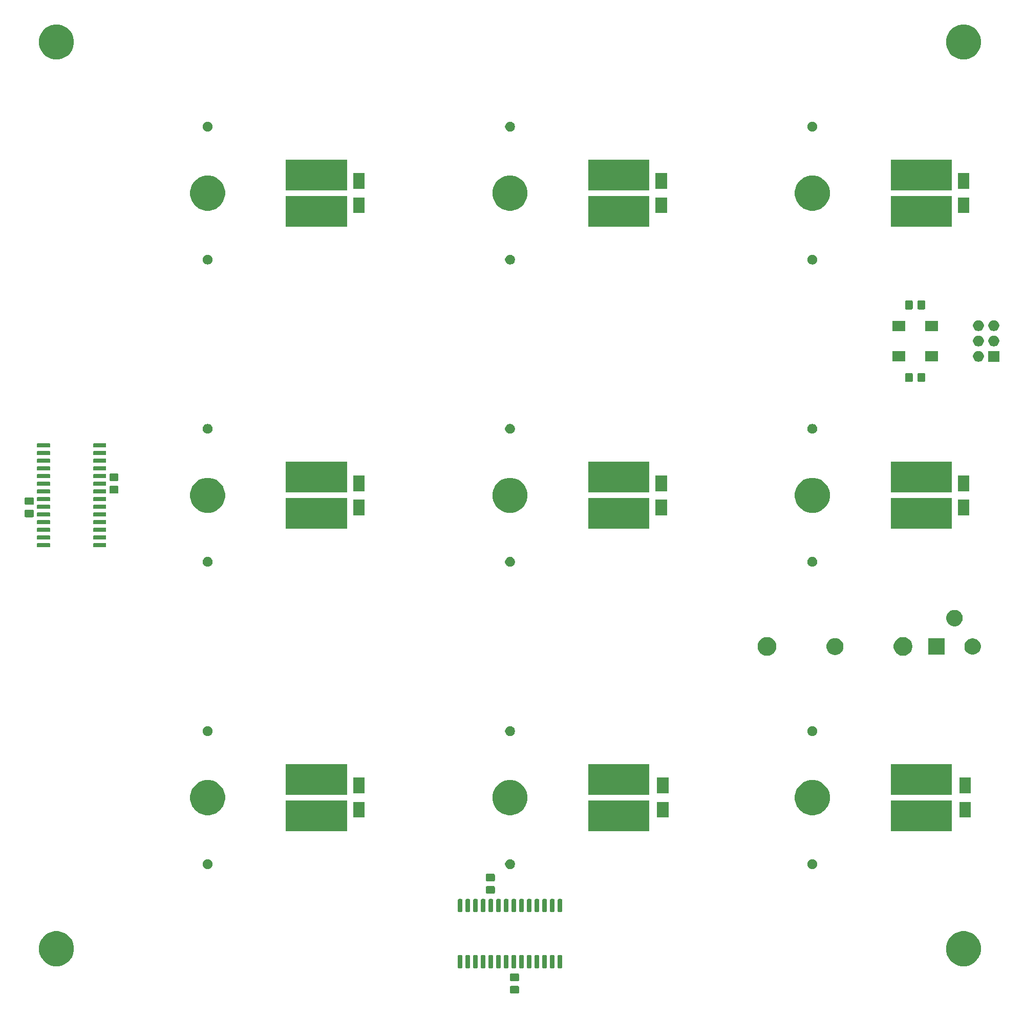
<source format=gbr>
G04 #@! TF.GenerationSoftware,KiCad,Pcbnew,5.1.5*
G04 #@! TF.CreationDate,2020-03-06T12:13:38+01:00*
G04 #@! TF.ProjectId,e-chessboard,652d6368-6573-4736-926f-6172642e6b69,0.1*
G04 #@! TF.SameCoordinates,Original*
G04 #@! TF.FileFunction,Soldermask,Top*
G04 #@! TF.FilePolarity,Negative*
%FSLAX46Y46*%
G04 Gerber Fmt 4.6, Leading zero omitted, Abs format (unit mm)*
G04 Created by KiCad (PCBNEW 5.1.5) date 2020-03-06 12:13:38*
%MOMM*%
%LPD*%
G04 APERTURE LIST*
%ADD10C,0.100000*%
G04 APERTURE END LIST*
D10*
G36*
X136338674Y-216153465D02*
G01*
X136376367Y-216164899D01*
X136411103Y-216183466D01*
X136441548Y-216208452D01*
X136466534Y-216238897D01*
X136485101Y-216273633D01*
X136496535Y-216311326D01*
X136501000Y-216356661D01*
X136501000Y-217193339D01*
X136496535Y-217238674D01*
X136485101Y-217276367D01*
X136466534Y-217311103D01*
X136441548Y-217341548D01*
X136411103Y-217366534D01*
X136376367Y-217385101D01*
X136338674Y-217396535D01*
X136293339Y-217401000D01*
X135206661Y-217401000D01*
X135161326Y-217396535D01*
X135123633Y-217385101D01*
X135088897Y-217366534D01*
X135058452Y-217341548D01*
X135033466Y-217311103D01*
X135014899Y-217276367D01*
X135003465Y-217238674D01*
X134999000Y-217193339D01*
X134999000Y-216356661D01*
X135003465Y-216311326D01*
X135014899Y-216273633D01*
X135033466Y-216238897D01*
X135058452Y-216208452D01*
X135088897Y-216183466D01*
X135123633Y-216164899D01*
X135161326Y-216153465D01*
X135206661Y-216149000D01*
X136293339Y-216149000D01*
X136338674Y-216153465D01*
G37*
G36*
X136338674Y-214103465D02*
G01*
X136376367Y-214114899D01*
X136411103Y-214133466D01*
X136441548Y-214158452D01*
X136466534Y-214188897D01*
X136485101Y-214223633D01*
X136496535Y-214261326D01*
X136501000Y-214306661D01*
X136501000Y-215143339D01*
X136496535Y-215188674D01*
X136485101Y-215226367D01*
X136466534Y-215261103D01*
X136441548Y-215291548D01*
X136411103Y-215316534D01*
X136376367Y-215335101D01*
X136338674Y-215346535D01*
X136293339Y-215351000D01*
X135206661Y-215351000D01*
X135161326Y-215346535D01*
X135123633Y-215335101D01*
X135088897Y-215316534D01*
X135058452Y-215291548D01*
X135033466Y-215261103D01*
X135014899Y-215226367D01*
X135003465Y-215188674D01*
X134999000Y-215143339D01*
X134999000Y-214306661D01*
X135003465Y-214261326D01*
X135014899Y-214223633D01*
X135033466Y-214188897D01*
X135058452Y-214158452D01*
X135088897Y-214133466D01*
X135123633Y-214114899D01*
X135161326Y-214103465D01*
X135206661Y-214099000D01*
X136293339Y-214099000D01*
X136338674Y-214103465D01*
G37*
G36*
X143514928Y-211076764D02*
G01*
X143536009Y-211083160D01*
X143555445Y-211093548D01*
X143572476Y-211107524D01*
X143586452Y-211124555D01*
X143596840Y-211143991D01*
X143603236Y-211165072D01*
X143606000Y-211193140D01*
X143606000Y-213106860D01*
X143603236Y-213134928D01*
X143596840Y-213156009D01*
X143586452Y-213175445D01*
X143572476Y-213192476D01*
X143555445Y-213206452D01*
X143536009Y-213216840D01*
X143514928Y-213223236D01*
X143486860Y-213226000D01*
X143023140Y-213226000D01*
X142995072Y-213223236D01*
X142973991Y-213216840D01*
X142954555Y-213206452D01*
X142937524Y-213192476D01*
X142923548Y-213175445D01*
X142913160Y-213156009D01*
X142906764Y-213134928D01*
X142904000Y-213106860D01*
X142904000Y-211193140D01*
X142906764Y-211165072D01*
X142913160Y-211143991D01*
X142923548Y-211124555D01*
X142937524Y-211107524D01*
X142954555Y-211093548D01*
X142973991Y-211083160D01*
X142995072Y-211076764D01*
X143023140Y-211074000D01*
X143486860Y-211074000D01*
X143514928Y-211076764D01*
G37*
G36*
X133354928Y-211076764D02*
G01*
X133376009Y-211083160D01*
X133395445Y-211093548D01*
X133412476Y-211107524D01*
X133426452Y-211124555D01*
X133436840Y-211143991D01*
X133443236Y-211165072D01*
X133446000Y-211193140D01*
X133446000Y-213106860D01*
X133443236Y-213134928D01*
X133436840Y-213156009D01*
X133426452Y-213175445D01*
X133412476Y-213192476D01*
X133395445Y-213206452D01*
X133376009Y-213216840D01*
X133354928Y-213223236D01*
X133326860Y-213226000D01*
X132863140Y-213226000D01*
X132835072Y-213223236D01*
X132813991Y-213216840D01*
X132794555Y-213206452D01*
X132777524Y-213192476D01*
X132763548Y-213175445D01*
X132753160Y-213156009D01*
X132746764Y-213134928D01*
X132744000Y-213106860D01*
X132744000Y-211193140D01*
X132746764Y-211165072D01*
X132753160Y-211143991D01*
X132763548Y-211124555D01*
X132777524Y-211107524D01*
X132794555Y-211093548D01*
X132813991Y-211083160D01*
X132835072Y-211076764D01*
X132863140Y-211074000D01*
X133326860Y-211074000D01*
X133354928Y-211076764D01*
G37*
G36*
X127004928Y-211076764D02*
G01*
X127026009Y-211083160D01*
X127045445Y-211093548D01*
X127062476Y-211107524D01*
X127076452Y-211124555D01*
X127086840Y-211143991D01*
X127093236Y-211165072D01*
X127096000Y-211193140D01*
X127096000Y-213106860D01*
X127093236Y-213134928D01*
X127086840Y-213156009D01*
X127076452Y-213175445D01*
X127062476Y-213192476D01*
X127045445Y-213206452D01*
X127026009Y-213216840D01*
X127004928Y-213223236D01*
X126976860Y-213226000D01*
X126513140Y-213226000D01*
X126485072Y-213223236D01*
X126463991Y-213216840D01*
X126444555Y-213206452D01*
X126427524Y-213192476D01*
X126413548Y-213175445D01*
X126403160Y-213156009D01*
X126396764Y-213134928D01*
X126394000Y-213106860D01*
X126394000Y-211193140D01*
X126396764Y-211165072D01*
X126403160Y-211143991D01*
X126413548Y-211124555D01*
X126427524Y-211107524D01*
X126444555Y-211093548D01*
X126463991Y-211083160D01*
X126485072Y-211076764D01*
X126513140Y-211074000D01*
X126976860Y-211074000D01*
X127004928Y-211076764D01*
G37*
G36*
X128274928Y-211076764D02*
G01*
X128296009Y-211083160D01*
X128315445Y-211093548D01*
X128332476Y-211107524D01*
X128346452Y-211124555D01*
X128356840Y-211143991D01*
X128363236Y-211165072D01*
X128366000Y-211193140D01*
X128366000Y-213106860D01*
X128363236Y-213134928D01*
X128356840Y-213156009D01*
X128346452Y-213175445D01*
X128332476Y-213192476D01*
X128315445Y-213206452D01*
X128296009Y-213216840D01*
X128274928Y-213223236D01*
X128246860Y-213226000D01*
X127783140Y-213226000D01*
X127755072Y-213223236D01*
X127733991Y-213216840D01*
X127714555Y-213206452D01*
X127697524Y-213192476D01*
X127683548Y-213175445D01*
X127673160Y-213156009D01*
X127666764Y-213134928D01*
X127664000Y-213106860D01*
X127664000Y-211193140D01*
X127666764Y-211165072D01*
X127673160Y-211143991D01*
X127683548Y-211124555D01*
X127697524Y-211107524D01*
X127714555Y-211093548D01*
X127733991Y-211083160D01*
X127755072Y-211076764D01*
X127783140Y-211074000D01*
X128246860Y-211074000D01*
X128274928Y-211076764D01*
G37*
G36*
X129544928Y-211076764D02*
G01*
X129566009Y-211083160D01*
X129585445Y-211093548D01*
X129602476Y-211107524D01*
X129616452Y-211124555D01*
X129626840Y-211143991D01*
X129633236Y-211165072D01*
X129636000Y-211193140D01*
X129636000Y-213106860D01*
X129633236Y-213134928D01*
X129626840Y-213156009D01*
X129616452Y-213175445D01*
X129602476Y-213192476D01*
X129585445Y-213206452D01*
X129566009Y-213216840D01*
X129544928Y-213223236D01*
X129516860Y-213226000D01*
X129053140Y-213226000D01*
X129025072Y-213223236D01*
X129003991Y-213216840D01*
X128984555Y-213206452D01*
X128967524Y-213192476D01*
X128953548Y-213175445D01*
X128943160Y-213156009D01*
X128936764Y-213134928D01*
X128934000Y-213106860D01*
X128934000Y-211193140D01*
X128936764Y-211165072D01*
X128943160Y-211143991D01*
X128953548Y-211124555D01*
X128967524Y-211107524D01*
X128984555Y-211093548D01*
X129003991Y-211083160D01*
X129025072Y-211076764D01*
X129053140Y-211074000D01*
X129516860Y-211074000D01*
X129544928Y-211076764D01*
G37*
G36*
X130814928Y-211076764D02*
G01*
X130836009Y-211083160D01*
X130855445Y-211093548D01*
X130872476Y-211107524D01*
X130886452Y-211124555D01*
X130896840Y-211143991D01*
X130903236Y-211165072D01*
X130906000Y-211193140D01*
X130906000Y-213106860D01*
X130903236Y-213134928D01*
X130896840Y-213156009D01*
X130886452Y-213175445D01*
X130872476Y-213192476D01*
X130855445Y-213206452D01*
X130836009Y-213216840D01*
X130814928Y-213223236D01*
X130786860Y-213226000D01*
X130323140Y-213226000D01*
X130295072Y-213223236D01*
X130273991Y-213216840D01*
X130254555Y-213206452D01*
X130237524Y-213192476D01*
X130223548Y-213175445D01*
X130213160Y-213156009D01*
X130206764Y-213134928D01*
X130204000Y-213106860D01*
X130204000Y-211193140D01*
X130206764Y-211165072D01*
X130213160Y-211143991D01*
X130223548Y-211124555D01*
X130237524Y-211107524D01*
X130254555Y-211093548D01*
X130273991Y-211083160D01*
X130295072Y-211076764D01*
X130323140Y-211074000D01*
X130786860Y-211074000D01*
X130814928Y-211076764D01*
G37*
G36*
X132084928Y-211076764D02*
G01*
X132106009Y-211083160D01*
X132125445Y-211093548D01*
X132142476Y-211107524D01*
X132156452Y-211124555D01*
X132166840Y-211143991D01*
X132173236Y-211165072D01*
X132176000Y-211193140D01*
X132176000Y-213106860D01*
X132173236Y-213134928D01*
X132166840Y-213156009D01*
X132156452Y-213175445D01*
X132142476Y-213192476D01*
X132125445Y-213206452D01*
X132106009Y-213216840D01*
X132084928Y-213223236D01*
X132056860Y-213226000D01*
X131593140Y-213226000D01*
X131565072Y-213223236D01*
X131543991Y-213216840D01*
X131524555Y-213206452D01*
X131507524Y-213192476D01*
X131493548Y-213175445D01*
X131483160Y-213156009D01*
X131476764Y-213134928D01*
X131474000Y-213106860D01*
X131474000Y-211193140D01*
X131476764Y-211165072D01*
X131483160Y-211143991D01*
X131493548Y-211124555D01*
X131507524Y-211107524D01*
X131524555Y-211093548D01*
X131543991Y-211083160D01*
X131565072Y-211076764D01*
X131593140Y-211074000D01*
X132056860Y-211074000D01*
X132084928Y-211076764D01*
G37*
G36*
X134624928Y-211076764D02*
G01*
X134646009Y-211083160D01*
X134665445Y-211093548D01*
X134682476Y-211107524D01*
X134696452Y-211124555D01*
X134706840Y-211143991D01*
X134713236Y-211165072D01*
X134716000Y-211193140D01*
X134716000Y-213106860D01*
X134713236Y-213134928D01*
X134706840Y-213156009D01*
X134696452Y-213175445D01*
X134682476Y-213192476D01*
X134665445Y-213206452D01*
X134646009Y-213216840D01*
X134624928Y-213223236D01*
X134596860Y-213226000D01*
X134133140Y-213226000D01*
X134105072Y-213223236D01*
X134083991Y-213216840D01*
X134064555Y-213206452D01*
X134047524Y-213192476D01*
X134033548Y-213175445D01*
X134023160Y-213156009D01*
X134016764Y-213134928D01*
X134014000Y-213106860D01*
X134014000Y-211193140D01*
X134016764Y-211165072D01*
X134023160Y-211143991D01*
X134033548Y-211124555D01*
X134047524Y-211107524D01*
X134064555Y-211093548D01*
X134083991Y-211083160D01*
X134105072Y-211076764D01*
X134133140Y-211074000D01*
X134596860Y-211074000D01*
X134624928Y-211076764D01*
G37*
G36*
X137164928Y-211076764D02*
G01*
X137186009Y-211083160D01*
X137205445Y-211093548D01*
X137222476Y-211107524D01*
X137236452Y-211124555D01*
X137246840Y-211143991D01*
X137253236Y-211165072D01*
X137256000Y-211193140D01*
X137256000Y-213106860D01*
X137253236Y-213134928D01*
X137246840Y-213156009D01*
X137236452Y-213175445D01*
X137222476Y-213192476D01*
X137205445Y-213206452D01*
X137186009Y-213216840D01*
X137164928Y-213223236D01*
X137136860Y-213226000D01*
X136673140Y-213226000D01*
X136645072Y-213223236D01*
X136623991Y-213216840D01*
X136604555Y-213206452D01*
X136587524Y-213192476D01*
X136573548Y-213175445D01*
X136563160Y-213156009D01*
X136556764Y-213134928D01*
X136554000Y-213106860D01*
X136554000Y-211193140D01*
X136556764Y-211165072D01*
X136563160Y-211143991D01*
X136573548Y-211124555D01*
X136587524Y-211107524D01*
X136604555Y-211093548D01*
X136623991Y-211083160D01*
X136645072Y-211076764D01*
X136673140Y-211074000D01*
X137136860Y-211074000D01*
X137164928Y-211076764D01*
G37*
G36*
X138434928Y-211076764D02*
G01*
X138456009Y-211083160D01*
X138475445Y-211093548D01*
X138492476Y-211107524D01*
X138506452Y-211124555D01*
X138516840Y-211143991D01*
X138523236Y-211165072D01*
X138526000Y-211193140D01*
X138526000Y-213106860D01*
X138523236Y-213134928D01*
X138516840Y-213156009D01*
X138506452Y-213175445D01*
X138492476Y-213192476D01*
X138475445Y-213206452D01*
X138456009Y-213216840D01*
X138434928Y-213223236D01*
X138406860Y-213226000D01*
X137943140Y-213226000D01*
X137915072Y-213223236D01*
X137893991Y-213216840D01*
X137874555Y-213206452D01*
X137857524Y-213192476D01*
X137843548Y-213175445D01*
X137833160Y-213156009D01*
X137826764Y-213134928D01*
X137824000Y-213106860D01*
X137824000Y-211193140D01*
X137826764Y-211165072D01*
X137833160Y-211143991D01*
X137843548Y-211124555D01*
X137857524Y-211107524D01*
X137874555Y-211093548D01*
X137893991Y-211083160D01*
X137915072Y-211076764D01*
X137943140Y-211074000D01*
X138406860Y-211074000D01*
X138434928Y-211076764D01*
G37*
G36*
X139704928Y-211076764D02*
G01*
X139726009Y-211083160D01*
X139745445Y-211093548D01*
X139762476Y-211107524D01*
X139776452Y-211124555D01*
X139786840Y-211143991D01*
X139793236Y-211165072D01*
X139796000Y-211193140D01*
X139796000Y-213106860D01*
X139793236Y-213134928D01*
X139786840Y-213156009D01*
X139776452Y-213175445D01*
X139762476Y-213192476D01*
X139745445Y-213206452D01*
X139726009Y-213216840D01*
X139704928Y-213223236D01*
X139676860Y-213226000D01*
X139213140Y-213226000D01*
X139185072Y-213223236D01*
X139163991Y-213216840D01*
X139144555Y-213206452D01*
X139127524Y-213192476D01*
X139113548Y-213175445D01*
X139103160Y-213156009D01*
X139096764Y-213134928D01*
X139094000Y-213106860D01*
X139094000Y-211193140D01*
X139096764Y-211165072D01*
X139103160Y-211143991D01*
X139113548Y-211124555D01*
X139127524Y-211107524D01*
X139144555Y-211093548D01*
X139163991Y-211083160D01*
X139185072Y-211076764D01*
X139213140Y-211074000D01*
X139676860Y-211074000D01*
X139704928Y-211076764D01*
G37*
G36*
X140974928Y-211076764D02*
G01*
X140996009Y-211083160D01*
X141015445Y-211093548D01*
X141032476Y-211107524D01*
X141046452Y-211124555D01*
X141056840Y-211143991D01*
X141063236Y-211165072D01*
X141066000Y-211193140D01*
X141066000Y-213106860D01*
X141063236Y-213134928D01*
X141056840Y-213156009D01*
X141046452Y-213175445D01*
X141032476Y-213192476D01*
X141015445Y-213206452D01*
X140996009Y-213216840D01*
X140974928Y-213223236D01*
X140946860Y-213226000D01*
X140483140Y-213226000D01*
X140455072Y-213223236D01*
X140433991Y-213216840D01*
X140414555Y-213206452D01*
X140397524Y-213192476D01*
X140383548Y-213175445D01*
X140373160Y-213156009D01*
X140366764Y-213134928D01*
X140364000Y-213106860D01*
X140364000Y-211193140D01*
X140366764Y-211165072D01*
X140373160Y-211143991D01*
X140383548Y-211124555D01*
X140397524Y-211107524D01*
X140414555Y-211093548D01*
X140433991Y-211083160D01*
X140455072Y-211076764D01*
X140483140Y-211074000D01*
X140946860Y-211074000D01*
X140974928Y-211076764D01*
G37*
G36*
X142244928Y-211076764D02*
G01*
X142266009Y-211083160D01*
X142285445Y-211093548D01*
X142302476Y-211107524D01*
X142316452Y-211124555D01*
X142326840Y-211143991D01*
X142333236Y-211165072D01*
X142336000Y-211193140D01*
X142336000Y-213106860D01*
X142333236Y-213134928D01*
X142326840Y-213156009D01*
X142316452Y-213175445D01*
X142302476Y-213192476D01*
X142285445Y-213206452D01*
X142266009Y-213216840D01*
X142244928Y-213223236D01*
X142216860Y-213226000D01*
X141753140Y-213226000D01*
X141725072Y-213223236D01*
X141703991Y-213216840D01*
X141684555Y-213206452D01*
X141667524Y-213192476D01*
X141653548Y-213175445D01*
X141643160Y-213156009D01*
X141636764Y-213134928D01*
X141634000Y-213106860D01*
X141634000Y-211193140D01*
X141636764Y-211165072D01*
X141643160Y-211143991D01*
X141653548Y-211124555D01*
X141667524Y-211107524D01*
X141684555Y-211093548D01*
X141703991Y-211083160D01*
X141725072Y-211076764D01*
X141753140Y-211074000D01*
X142216860Y-211074000D01*
X142244928Y-211076764D01*
G37*
G36*
X135894928Y-211076764D02*
G01*
X135916009Y-211083160D01*
X135935445Y-211093548D01*
X135952476Y-211107524D01*
X135966452Y-211124555D01*
X135976840Y-211143991D01*
X135983236Y-211165072D01*
X135986000Y-211193140D01*
X135986000Y-213106860D01*
X135983236Y-213134928D01*
X135976840Y-213156009D01*
X135966452Y-213175445D01*
X135952476Y-213192476D01*
X135935445Y-213206452D01*
X135916009Y-213216840D01*
X135894928Y-213223236D01*
X135866860Y-213226000D01*
X135403140Y-213226000D01*
X135375072Y-213223236D01*
X135353991Y-213216840D01*
X135334555Y-213206452D01*
X135317524Y-213192476D01*
X135303548Y-213175445D01*
X135293160Y-213156009D01*
X135286764Y-213134928D01*
X135284000Y-213106860D01*
X135284000Y-211193140D01*
X135286764Y-211165072D01*
X135293160Y-211143991D01*
X135303548Y-211124555D01*
X135317524Y-211107524D01*
X135334555Y-211093548D01*
X135353991Y-211083160D01*
X135375072Y-211076764D01*
X135403140Y-211074000D01*
X135866860Y-211074000D01*
X135894928Y-211076764D01*
G37*
G36*
X210846189Y-207210483D02*
G01*
X210846192Y-207210484D01*
X210846191Y-207210484D01*
X211374139Y-207429167D01*
X211849280Y-207746646D01*
X212253354Y-208150720D01*
X212570833Y-208625861D01*
X212570834Y-208625863D01*
X212789517Y-209153811D01*
X212901000Y-209714275D01*
X212901000Y-210285725D01*
X212789517Y-210846189D01*
X212674214Y-211124555D01*
X212570833Y-211374139D01*
X212253354Y-211849280D01*
X211849280Y-212253354D01*
X211374139Y-212570833D01*
X211374138Y-212570834D01*
X211374137Y-212570834D01*
X210846189Y-212789517D01*
X210285725Y-212901000D01*
X209714275Y-212901000D01*
X209153811Y-212789517D01*
X208625863Y-212570834D01*
X208625862Y-212570834D01*
X208625861Y-212570833D01*
X208150720Y-212253354D01*
X207746646Y-211849280D01*
X207429167Y-211374139D01*
X207325786Y-211124555D01*
X207210483Y-210846189D01*
X207099000Y-210285725D01*
X207099000Y-209714275D01*
X207210483Y-209153811D01*
X207429166Y-208625863D01*
X207429167Y-208625861D01*
X207746646Y-208150720D01*
X208150720Y-207746646D01*
X208625861Y-207429167D01*
X209153809Y-207210484D01*
X209153808Y-207210484D01*
X209153811Y-207210483D01*
X209714275Y-207099000D01*
X210285725Y-207099000D01*
X210846189Y-207210483D01*
G37*
G36*
X60846189Y-207210483D02*
G01*
X60846192Y-207210484D01*
X60846191Y-207210484D01*
X61374139Y-207429167D01*
X61849280Y-207746646D01*
X62253354Y-208150720D01*
X62570833Y-208625861D01*
X62570834Y-208625863D01*
X62789517Y-209153811D01*
X62901000Y-209714275D01*
X62901000Y-210285725D01*
X62789517Y-210846189D01*
X62674214Y-211124555D01*
X62570833Y-211374139D01*
X62253354Y-211849280D01*
X61849280Y-212253354D01*
X61374139Y-212570833D01*
X61374138Y-212570834D01*
X61374137Y-212570834D01*
X60846189Y-212789517D01*
X60285725Y-212901000D01*
X59714275Y-212901000D01*
X59153811Y-212789517D01*
X58625863Y-212570834D01*
X58625862Y-212570834D01*
X58625861Y-212570833D01*
X58150720Y-212253354D01*
X57746646Y-211849280D01*
X57429167Y-211374139D01*
X57325786Y-211124555D01*
X57210483Y-210846189D01*
X57099000Y-210285725D01*
X57099000Y-209714275D01*
X57210483Y-209153811D01*
X57429166Y-208625863D01*
X57429167Y-208625861D01*
X57746646Y-208150720D01*
X58150720Y-207746646D01*
X58625861Y-207429167D01*
X59153809Y-207210484D01*
X59153808Y-207210484D01*
X59153811Y-207210483D01*
X59714275Y-207099000D01*
X60285725Y-207099000D01*
X60846189Y-207210483D01*
G37*
G36*
X132084928Y-201776764D02*
G01*
X132106009Y-201783160D01*
X132125445Y-201793548D01*
X132142476Y-201807524D01*
X132156452Y-201824555D01*
X132166840Y-201843991D01*
X132173236Y-201865072D01*
X132176000Y-201893140D01*
X132176000Y-203806860D01*
X132173236Y-203834928D01*
X132166840Y-203856009D01*
X132156452Y-203875445D01*
X132142476Y-203892476D01*
X132125445Y-203906452D01*
X132106009Y-203916840D01*
X132084928Y-203923236D01*
X132056860Y-203926000D01*
X131593140Y-203926000D01*
X131565072Y-203923236D01*
X131543991Y-203916840D01*
X131524555Y-203906452D01*
X131507524Y-203892476D01*
X131493548Y-203875445D01*
X131483160Y-203856009D01*
X131476764Y-203834928D01*
X131474000Y-203806860D01*
X131474000Y-201893140D01*
X131476764Y-201865072D01*
X131483160Y-201843991D01*
X131493548Y-201824555D01*
X131507524Y-201807524D01*
X131524555Y-201793548D01*
X131543991Y-201783160D01*
X131565072Y-201776764D01*
X131593140Y-201774000D01*
X132056860Y-201774000D01*
X132084928Y-201776764D01*
G37*
G36*
X142244928Y-201776764D02*
G01*
X142266009Y-201783160D01*
X142285445Y-201793548D01*
X142302476Y-201807524D01*
X142316452Y-201824555D01*
X142326840Y-201843991D01*
X142333236Y-201865072D01*
X142336000Y-201893140D01*
X142336000Y-203806860D01*
X142333236Y-203834928D01*
X142326840Y-203856009D01*
X142316452Y-203875445D01*
X142302476Y-203892476D01*
X142285445Y-203906452D01*
X142266009Y-203916840D01*
X142244928Y-203923236D01*
X142216860Y-203926000D01*
X141753140Y-203926000D01*
X141725072Y-203923236D01*
X141703991Y-203916840D01*
X141684555Y-203906452D01*
X141667524Y-203892476D01*
X141653548Y-203875445D01*
X141643160Y-203856009D01*
X141636764Y-203834928D01*
X141634000Y-203806860D01*
X141634000Y-201893140D01*
X141636764Y-201865072D01*
X141643160Y-201843991D01*
X141653548Y-201824555D01*
X141667524Y-201807524D01*
X141684555Y-201793548D01*
X141703991Y-201783160D01*
X141725072Y-201776764D01*
X141753140Y-201774000D01*
X142216860Y-201774000D01*
X142244928Y-201776764D01*
G37*
G36*
X140974928Y-201776764D02*
G01*
X140996009Y-201783160D01*
X141015445Y-201793548D01*
X141032476Y-201807524D01*
X141046452Y-201824555D01*
X141056840Y-201843991D01*
X141063236Y-201865072D01*
X141066000Y-201893140D01*
X141066000Y-203806860D01*
X141063236Y-203834928D01*
X141056840Y-203856009D01*
X141046452Y-203875445D01*
X141032476Y-203892476D01*
X141015445Y-203906452D01*
X140996009Y-203916840D01*
X140974928Y-203923236D01*
X140946860Y-203926000D01*
X140483140Y-203926000D01*
X140455072Y-203923236D01*
X140433991Y-203916840D01*
X140414555Y-203906452D01*
X140397524Y-203892476D01*
X140383548Y-203875445D01*
X140373160Y-203856009D01*
X140366764Y-203834928D01*
X140364000Y-203806860D01*
X140364000Y-201893140D01*
X140366764Y-201865072D01*
X140373160Y-201843991D01*
X140383548Y-201824555D01*
X140397524Y-201807524D01*
X140414555Y-201793548D01*
X140433991Y-201783160D01*
X140455072Y-201776764D01*
X140483140Y-201774000D01*
X140946860Y-201774000D01*
X140974928Y-201776764D01*
G37*
G36*
X139704928Y-201776764D02*
G01*
X139726009Y-201783160D01*
X139745445Y-201793548D01*
X139762476Y-201807524D01*
X139776452Y-201824555D01*
X139786840Y-201843991D01*
X139793236Y-201865072D01*
X139796000Y-201893140D01*
X139796000Y-203806860D01*
X139793236Y-203834928D01*
X139786840Y-203856009D01*
X139776452Y-203875445D01*
X139762476Y-203892476D01*
X139745445Y-203906452D01*
X139726009Y-203916840D01*
X139704928Y-203923236D01*
X139676860Y-203926000D01*
X139213140Y-203926000D01*
X139185072Y-203923236D01*
X139163991Y-203916840D01*
X139144555Y-203906452D01*
X139127524Y-203892476D01*
X139113548Y-203875445D01*
X139103160Y-203856009D01*
X139096764Y-203834928D01*
X139094000Y-203806860D01*
X139094000Y-201893140D01*
X139096764Y-201865072D01*
X139103160Y-201843991D01*
X139113548Y-201824555D01*
X139127524Y-201807524D01*
X139144555Y-201793548D01*
X139163991Y-201783160D01*
X139185072Y-201776764D01*
X139213140Y-201774000D01*
X139676860Y-201774000D01*
X139704928Y-201776764D01*
G37*
G36*
X137164928Y-201776764D02*
G01*
X137186009Y-201783160D01*
X137205445Y-201793548D01*
X137222476Y-201807524D01*
X137236452Y-201824555D01*
X137246840Y-201843991D01*
X137253236Y-201865072D01*
X137256000Y-201893140D01*
X137256000Y-203806860D01*
X137253236Y-203834928D01*
X137246840Y-203856009D01*
X137236452Y-203875445D01*
X137222476Y-203892476D01*
X137205445Y-203906452D01*
X137186009Y-203916840D01*
X137164928Y-203923236D01*
X137136860Y-203926000D01*
X136673140Y-203926000D01*
X136645072Y-203923236D01*
X136623991Y-203916840D01*
X136604555Y-203906452D01*
X136587524Y-203892476D01*
X136573548Y-203875445D01*
X136563160Y-203856009D01*
X136556764Y-203834928D01*
X136554000Y-203806860D01*
X136554000Y-201893140D01*
X136556764Y-201865072D01*
X136563160Y-201843991D01*
X136573548Y-201824555D01*
X136587524Y-201807524D01*
X136604555Y-201793548D01*
X136623991Y-201783160D01*
X136645072Y-201776764D01*
X136673140Y-201774000D01*
X137136860Y-201774000D01*
X137164928Y-201776764D01*
G37*
G36*
X135894928Y-201776764D02*
G01*
X135916009Y-201783160D01*
X135935445Y-201793548D01*
X135952476Y-201807524D01*
X135966452Y-201824555D01*
X135976840Y-201843991D01*
X135983236Y-201865072D01*
X135986000Y-201893140D01*
X135986000Y-203806860D01*
X135983236Y-203834928D01*
X135976840Y-203856009D01*
X135966452Y-203875445D01*
X135952476Y-203892476D01*
X135935445Y-203906452D01*
X135916009Y-203916840D01*
X135894928Y-203923236D01*
X135866860Y-203926000D01*
X135403140Y-203926000D01*
X135375072Y-203923236D01*
X135353991Y-203916840D01*
X135334555Y-203906452D01*
X135317524Y-203892476D01*
X135303548Y-203875445D01*
X135293160Y-203856009D01*
X135286764Y-203834928D01*
X135284000Y-203806860D01*
X135284000Y-201893140D01*
X135286764Y-201865072D01*
X135293160Y-201843991D01*
X135303548Y-201824555D01*
X135317524Y-201807524D01*
X135334555Y-201793548D01*
X135353991Y-201783160D01*
X135375072Y-201776764D01*
X135403140Y-201774000D01*
X135866860Y-201774000D01*
X135894928Y-201776764D01*
G37*
G36*
X134624928Y-201776764D02*
G01*
X134646009Y-201783160D01*
X134665445Y-201793548D01*
X134682476Y-201807524D01*
X134696452Y-201824555D01*
X134706840Y-201843991D01*
X134713236Y-201865072D01*
X134716000Y-201893140D01*
X134716000Y-203806860D01*
X134713236Y-203834928D01*
X134706840Y-203856009D01*
X134696452Y-203875445D01*
X134682476Y-203892476D01*
X134665445Y-203906452D01*
X134646009Y-203916840D01*
X134624928Y-203923236D01*
X134596860Y-203926000D01*
X134133140Y-203926000D01*
X134105072Y-203923236D01*
X134083991Y-203916840D01*
X134064555Y-203906452D01*
X134047524Y-203892476D01*
X134033548Y-203875445D01*
X134023160Y-203856009D01*
X134016764Y-203834928D01*
X134014000Y-203806860D01*
X134014000Y-201893140D01*
X134016764Y-201865072D01*
X134023160Y-201843991D01*
X134033548Y-201824555D01*
X134047524Y-201807524D01*
X134064555Y-201793548D01*
X134083991Y-201783160D01*
X134105072Y-201776764D01*
X134133140Y-201774000D01*
X134596860Y-201774000D01*
X134624928Y-201776764D01*
G37*
G36*
X133354928Y-201776764D02*
G01*
X133376009Y-201783160D01*
X133395445Y-201793548D01*
X133412476Y-201807524D01*
X133426452Y-201824555D01*
X133436840Y-201843991D01*
X133443236Y-201865072D01*
X133446000Y-201893140D01*
X133446000Y-203806860D01*
X133443236Y-203834928D01*
X133436840Y-203856009D01*
X133426452Y-203875445D01*
X133412476Y-203892476D01*
X133395445Y-203906452D01*
X133376009Y-203916840D01*
X133354928Y-203923236D01*
X133326860Y-203926000D01*
X132863140Y-203926000D01*
X132835072Y-203923236D01*
X132813991Y-203916840D01*
X132794555Y-203906452D01*
X132777524Y-203892476D01*
X132763548Y-203875445D01*
X132753160Y-203856009D01*
X132746764Y-203834928D01*
X132744000Y-203806860D01*
X132744000Y-201893140D01*
X132746764Y-201865072D01*
X132753160Y-201843991D01*
X132763548Y-201824555D01*
X132777524Y-201807524D01*
X132794555Y-201793548D01*
X132813991Y-201783160D01*
X132835072Y-201776764D01*
X132863140Y-201774000D01*
X133326860Y-201774000D01*
X133354928Y-201776764D01*
G37*
G36*
X130814928Y-201776764D02*
G01*
X130836009Y-201783160D01*
X130855445Y-201793548D01*
X130872476Y-201807524D01*
X130886452Y-201824555D01*
X130896840Y-201843991D01*
X130903236Y-201865072D01*
X130906000Y-201893140D01*
X130906000Y-203806860D01*
X130903236Y-203834928D01*
X130896840Y-203856009D01*
X130886452Y-203875445D01*
X130872476Y-203892476D01*
X130855445Y-203906452D01*
X130836009Y-203916840D01*
X130814928Y-203923236D01*
X130786860Y-203926000D01*
X130323140Y-203926000D01*
X130295072Y-203923236D01*
X130273991Y-203916840D01*
X130254555Y-203906452D01*
X130237524Y-203892476D01*
X130223548Y-203875445D01*
X130213160Y-203856009D01*
X130206764Y-203834928D01*
X130204000Y-203806860D01*
X130204000Y-201893140D01*
X130206764Y-201865072D01*
X130213160Y-201843991D01*
X130223548Y-201824555D01*
X130237524Y-201807524D01*
X130254555Y-201793548D01*
X130273991Y-201783160D01*
X130295072Y-201776764D01*
X130323140Y-201774000D01*
X130786860Y-201774000D01*
X130814928Y-201776764D01*
G37*
G36*
X143514928Y-201776764D02*
G01*
X143536009Y-201783160D01*
X143555445Y-201793548D01*
X143572476Y-201807524D01*
X143586452Y-201824555D01*
X143596840Y-201843991D01*
X143603236Y-201865072D01*
X143606000Y-201893140D01*
X143606000Y-203806860D01*
X143603236Y-203834928D01*
X143596840Y-203856009D01*
X143586452Y-203875445D01*
X143572476Y-203892476D01*
X143555445Y-203906452D01*
X143536009Y-203916840D01*
X143514928Y-203923236D01*
X143486860Y-203926000D01*
X143023140Y-203926000D01*
X142995072Y-203923236D01*
X142973991Y-203916840D01*
X142954555Y-203906452D01*
X142937524Y-203892476D01*
X142923548Y-203875445D01*
X142913160Y-203856009D01*
X142906764Y-203834928D01*
X142904000Y-203806860D01*
X142904000Y-201893140D01*
X142906764Y-201865072D01*
X142913160Y-201843991D01*
X142923548Y-201824555D01*
X142937524Y-201807524D01*
X142954555Y-201793548D01*
X142973991Y-201783160D01*
X142995072Y-201776764D01*
X143023140Y-201774000D01*
X143486860Y-201774000D01*
X143514928Y-201776764D01*
G37*
G36*
X127004928Y-201776764D02*
G01*
X127026009Y-201783160D01*
X127045445Y-201793548D01*
X127062476Y-201807524D01*
X127076452Y-201824555D01*
X127086840Y-201843991D01*
X127093236Y-201865072D01*
X127096000Y-201893140D01*
X127096000Y-203806860D01*
X127093236Y-203834928D01*
X127086840Y-203856009D01*
X127076452Y-203875445D01*
X127062476Y-203892476D01*
X127045445Y-203906452D01*
X127026009Y-203916840D01*
X127004928Y-203923236D01*
X126976860Y-203926000D01*
X126513140Y-203926000D01*
X126485072Y-203923236D01*
X126463991Y-203916840D01*
X126444555Y-203906452D01*
X126427524Y-203892476D01*
X126413548Y-203875445D01*
X126403160Y-203856009D01*
X126396764Y-203834928D01*
X126394000Y-203806860D01*
X126394000Y-201893140D01*
X126396764Y-201865072D01*
X126403160Y-201843991D01*
X126413548Y-201824555D01*
X126427524Y-201807524D01*
X126444555Y-201793548D01*
X126463991Y-201783160D01*
X126485072Y-201776764D01*
X126513140Y-201774000D01*
X126976860Y-201774000D01*
X127004928Y-201776764D01*
G37*
G36*
X138434928Y-201776764D02*
G01*
X138456009Y-201783160D01*
X138475445Y-201793548D01*
X138492476Y-201807524D01*
X138506452Y-201824555D01*
X138516840Y-201843991D01*
X138523236Y-201865072D01*
X138526000Y-201893140D01*
X138526000Y-203806860D01*
X138523236Y-203834928D01*
X138516840Y-203856009D01*
X138506452Y-203875445D01*
X138492476Y-203892476D01*
X138475445Y-203906452D01*
X138456009Y-203916840D01*
X138434928Y-203923236D01*
X138406860Y-203926000D01*
X137943140Y-203926000D01*
X137915072Y-203923236D01*
X137893991Y-203916840D01*
X137874555Y-203906452D01*
X137857524Y-203892476D01*
X137843548Y-203875445D01*
X137833160Y-203856009D01*
X137826764Y-203834928D01*
X137824000Y-203806860D01*
X137824000Y-201893140D01*
X137826764Y-201865072D01*
X137833160Y-201843991D01*
X137843548Y-201824555D01*
X137857524Y-201807524D01*
X137874555Y-201793548D01*
X137893991Y-201783160D01*
X137915072Y-201776764D01*
X137943140Y-201774000D01*
X138406860Y-201774000D01*
X138434928Y-201776764D01*
G37*
G36*
X128274928Y-201776764D02*
G01*
X128296009Y-201783160D01*
X128315445Y-201793548D01*
X128332476Y-201807524D01*
X128346452Y-201824555D01*
X128356840Y-201843991D01*
X128363236Y-201865072D01*
X128366000Y-201893140D01*
X128366000Y-203806860D01*
X128363236Y-203834928D01*
X128356840Y-203856009D01*
X128346452Y-203875445D01*
X128332476Y-203892476D01*
X128315445Y-203906452D01*
X128296009Y-203916840D01*
X128274928Y-203923236D01*
X128246860Y-203926000D01*
X127783140Y-203926000D01*
X127755072Y-203923236D01*
X127733991Y-203916840D01*
X127714555Y-203906452D01*
X127697524Y-203892476D01*
X127683548Y-203875445D01*
X127673160Y-203856009D01*
X127666764Y-203834928D01*
X127664000Y-203806860D01*
X127664000Y-201893140D01*
X127666764Y-201865072D01*
X127673160Y-201843991D01*
X127683548Y-201824555D01*
X127697524Y-201807524D01*
X127714555Y-201793548D01*
X127733991Y-201783160D01*
X127755072Y-201776764D01*
X127783140Y-201774000D01*
X128246860Y-201774000D01*
X128274928Y-201776764D01*
G37*
G36*
X129544928Y-201776764D02*
G01*
X129566009Y-201783160D01*
X129585445Y-201793548D01*
X129602476Y-201807524D01*
X129616452Y-201824555D01*
X129626840Y-201843991D01*
X129633236Y-201865072D01*
X129636000Y-201893140D01*
X129636000Y-203806860D01*
X129633236Y-203834928D01*
X129626840Y-203856009D01*
X129616452Y-203875445D01*
X129602476Y-203892476D01*
X129585445Y-203906452D01*
X129566009Y-203916840D01*
X129544928Y-203923236D01*
X129516860Y-203926000D01*
X129053140Y-203926000D01*
X129025072Y-203923236D01*
X129003991Y-203916840D01*
X128984555Y-203906452D01*
X128967524Y-203892476D01*
X128953548Y-203875445D01*
X128943160Y-203856009D01*
X128936764Y-203834928D01*
X128934000Y-203806860D01*
X128934000Y-201893140D01*
X128936764Y-201865072D01*
X128943160Y-201843991D01*
X128953548Y-201824555D01*
X128967524Y-201807524D01*
X128984555Y-201793548D01*
X129003991Y-201783160D01*
X129025072Y-201776764D01*
X129053140Y-201774000D01*
X129516860Y-201774000D01*
X129544928Y-201776764D01*
G37*
G36*
X132338674Y-199653465D02*
G01*
X132376367Y-199664899D01*
X132411103Y-199683466D01*
X132441548Y-199708452D01*
X132466534Y-199738897D01*
X132485101Y-199773633D01*
X132496535Y-199811326D01*
X132501000Y-199856661D01*
X132501000Y-200693339D01*
X132496535Y-200738674D01*
X132485101Y-200776367D01*
X132466534Y-200811103D01*
X132441548Y-200841548D01*
X132411103Y-200866534D01*
X132376367Y-200885101D01*
X132338674Y-200896535D01*
X132293339Y-200901000D01*
X131206661Y-200901000D01*
X131161326Y-200896535D01*
X131123633Y-200885101D01*
X131088897Y-200866534D01*
X131058452Y-200841548D01*
X131033466Y-200811103D01*
X131014899Y-200776367D01*
X131003465Y-200738674D01*
X130999000Y-200693339D01*
X130999000Y-199856661D01*
X131003465Y-199811326D01*
X131014899Y-199773633D01*
X131033466Y-199738897D01*
X131058452Y-199708452D01*
X131088897Y-199683466D01*
X131123633Y-199664899D01*
X131161326Y-199653465D01*
X131206661Y-199649000D01*
X132293339Y-199649000D01*
X132338674Y-199653465D01*
G37*
G36*
X132338674Y-197603465D02*
G01*
X132376367Y-197614899D01*
X132411103Y-197633466D01*
X132441548Y-197658452D01*
X132466534Y-197688897D01*
X132485101Y-197723633D01*
X132496535Y-197761326D01*
X132501000Y-197806661D01*
X132501000Y-198643339D01*
X132496535Y-198688674D01*
X132485101Y-198726367D01*
X132466534Y-198761103D01*
X132441548Y-198791548D01*
X132411103Y-198816534D01*
X132376367Y-198835101D01*
X132338674Y-198846535D01*
X132293339Y-198851000D01*
X131206661Y-198851000D01*
X131161326Y-198846535D01*
X131123633Y-198835101D01*
X131088897Y-198816534D01*
X131058452Y-198791548D01*
X131033466Y-198761103D01*
X131014899Y-198726367D01*
X131003465Y-198688674D01*
X130999000Y-198643339D01*
X130999000Y-197806661D01*
X131003465Y-197761326D01*
X131014899Y-197723633D01*
X131033466Y-197688897D01*
X131058452Y-197658452D01*
X131088897Y-197633466D01*
X131123633Y-197614899D01*
X131161326Y-197603465D01*
X131206661Y-197599000D01*
X132293339Y-197599000D01*
X132338674Y-197603465D01*
G37*
G36*
X185237142Y-195218242D02*
G01*
X185385101Y-195279529D01*
X185518255Y-195368499D01*
X185631501Y-195481745D01*
X185720471Y-195614899D01*
X185781758Y-195762858D01*
X185813000Y-195919925D01*
X185813000Y-196080075D01*
X185781758Y-196237142D01*
X185720471Y-196385101D01*
X185631501Y-196518255D01*
X185518255Y-196631501D01*
X185385101Y-196720471D01*
X185237142Y-196781758D01*
X185080075Y-196813000D01*
X184919925Y-196813000D01*
X184762858Y-196781758D01*
X184614899Y-196720471D01*
X184481745Y-196631501D01*
X184368499Y-196518255D01*
X184279529Y-196385101D01*
X184218242Y-196237142D01*
X184187000Y-196080075D01*
X184187000Y-195919925D01*
X184218242Y-195762858D01*
X184279529Y-195614899D01*
X184368499Y-195481745D01*
X184481745Y-195368499D01*
X184614899Y-195279529D01*
X184762858Y-195218242D01*
X184919925Y-195187000D01*
X185080075Y-195187000D01*
X185237142Y-195218242D01*
G37*
G36*
X135237142Y-195218242D02*
G01*
X135385101Y-195279529D01*
X135518255Y-195368499D01*
X135631501Y-195481745D01*
X135720471Y-195614899D01*
X135781758Y-195762858D01*
X135813000Y-195919925D01*
X135813000Y-196080075D01*
X135781758Y-196237142D01*
X135720471Y-196385101D01*
X135631501Y-196518255D01*
X135518255Y-196631501D01*
X135385101Y-196720471D01*
X135237142Y-196781758D01*
X135080075Y-196813000D01*
X134919925Y-196813000D01*
X134762858Y-196781758D01*
X134614899Y-196720471D01*
X134481745Y-196631501D01*
X134368499Y-196518255D01*
X134279529Y-196385101D01*
X134218242Y-196237142D01*
X134187000Y-196080075D01*
X134187000Y-195919925D01*
X134218242Y-195762858D01*
X134279529Y-195614899D01*
X134368499Y-195481745D01*
X134481745Y-195368499D01*
X134614899Y-195279529D01*
X134762858Y-195218242D01*
X134919925Y-195187000D01*
X135080075Y-195187000D01*
X135237142Y-195218242D01*
G37*
G36*
X85237142Y-195218242D02*
G01*
X85385101Y-195279529D01*
X85518255Y-195368499D01*
X85631501Y-195481745D01*
X85720471Y-195614899D01*
X85781758Y-195762858D01*
X85813000Y-195919925D01*
X85813000Y-196080075D01*
X85781758Y-196237142D01*
X85720471Y-196385101D01*
X85631501Y-196518255D01*
X85518255Y-196631501D01*
X85385101Y-196720471D01*
X85237142Y-196781758D01*
X85080075Y-196813000D01*
X84919925Y-196813000D01*
X84762858Y-196781758D01*
X84614899Y-196720471D01*
X84481745Y-196631501D01*
X84368499Y-196518255D01*
X84279529Y-196385101D01*
X84218242Y-196237142D01*
X84187000Y-196080075D01*
X84187000Y-195919925D01*
X84218242Y-195762858D01*
X84279529Y-195614899D01*
X84368499Y-195481745D01*
X84481745Y-195368499D01*
X84614899Y-195279529D01*
X84762858Y-195218242D01*
X84919925Y-195187000D01*
X85080075Y-195187000D01*
X85237142Y-195218242D01*
G37*
G36*
X108051000Y-190551000D02*
G01*
X97949000Y-190551000D01*
X97949000Y-185449000D01*
X108051000Y-185449000D01*
X108051000Y-190551000D01*
G37*
G36*
X208051000Y-190551000D02*
G01*
X197949000Y-190551000D01*
X197949000Y-185449000D01*
X208051000Y-185449000D01*
X208051000Y-190551000D01*
G37*
G36*
X158051000Y-190551000D02*
G01*
X147949000Y-190551000D01*
X147949000Y-185449000D01*
X158051000Y-185449000D01*
X158051000Y-190551000D01*
G37*
G36*
X161201000Y-188301000D02*
G01*
X159299000Y-188301000D01*
X159299000Y-185699000D01*
X161201000Y-185699000D01*
X161201000Y-188301000D01*
G37*
G36*
X110951000Y-188301000D02*
G01*
X109049000Y-188301000D01*
X109049000Y-185699000D01*
X110951000Y-185699000D01*
X110951000Y-188301000D01*
G37*
G36*
X211201000Y-188301000D02*
G01*
X209299000Y-188301000D01*
X209299000Y-185699000D01*
X211201000Y-185699000D01*
X211201000Y-188301000D01*
G37*
G36*
X85846189Y-182210483D02*
G01*
X85846192Y-182210484D01*
X85846191Y-182210484D01*
X86374139Y-182429167D01*
X86849280Y-182746646D01*
X87253354Y-183150720D01*
X87570833Y-183625861D01*
X87570834Y-183625863D01*
X87789517Y-184153811D01*
X87901000Y-184714275D01*
X87901000Y-185285725D01*
X87789517Y-185846189D01*
X87789516Y-185846191D01*
X87570833Y-186374139D01*
X87253354Y-186849280D01*
X86849280Y-187253354D01*
X86374139Y-187570833D01*
X86374138Y-187570834D01*
X86374137Y-187570834D01*
X85846189Y-187789517D01*
X85285725Y-187901000D01*
X84714275Y-187901000D01*
X84153811Y-187789517D01*
X83625863Y-187570834D01*
X83625862Y-187570834D01*
X83625861Y-187570833D01*
X83150720Y-187253354D01*
X82746646Y-186849280D01*
X82429167Y-186374139D01*
X82210484Y-185846191D01*
X82210483Y-185846189D01*
X82099000Y-185285725D01*
X82099000Y-184714275D01*
X82210483Y-184153811D01*
X82429166Y-183625863D01*
X82429167Y-183625861D01*
X82746646Y-183150720D01*
X83150720Y-182746646D01*
X83625861Y-182429167D01*
X84153809Y-182210484D01*
X84153808Y-182210484D01*
X84153811Y-182210483D01*
X84714275Y-182099000D01*
X85285725Y-182099000D01*
X85846189Y-182210483D01*
G37*
G36*
X135846189Y-182210483D02*
G01*
X135846192Y-182210484D01*
X135846191Y-182210484D01*
X136374139Y-182429167D01*
X136849280Y-182746646D01*
X137253354Y-183150720D01*
X137570833Y-183625861D01*
X137570834Y-183625863D01*
X137789517Y-184153811D01*
X137901000Y-184714275D01*
X137901000Y-185285725D01*
X137789517Y-185846189D01*
X137789516Y-185846191D01*
X137570833Y-186374139D01*
X137253354Y-186849280D01*
X136849280Y-187253354D01*
X136374139Y-187570833D01*
X136374138Y-187570834D01*
X136374137Y-187570834D01*
X135846189Y-187789517D01*
X135285725Y-187901000D01*
X134714275Y-187901000D01*
X134153811Y-187789517D01*
X133625863Y-187570834D01*
X133625862Y-187570834D01*
X133625861Y-187570833D01*
X133150720Y-187253354D01*
X132746646Y-186849280D01*
X132429167Y-186374139D01*
X132210484Y-185846191D01*
X132210483Y-185846189D01*
X132099000Y-185285725D01*
X132099000Y-184714275D01*
X132210483Y-184153811D01*
X132429166Y-183625863D01*
X132429167Y-183625861D01*
X132746646Y-183150720D01*
X133150720Y-182746646D01*
X133625861Y-182429167D01*
X134153809Y-182210484D01*
X134153808Y-182210484D01*
X134153811Y-182210483D01*
X134714275Y-182099000D01*
X135285725Y-182099000D01*
X135846189Y-182210483D01*
G37*
G36*
X185846189Y-182210483D02*
G01*
X185846192Y-182210484D01*
X185846191Y-182210484D01*
X186374139Y-182429167D01*
X186849280Y-182746646D01*
X187253354Y-183150720D01*
X187570833Y-183625861D01*
X187570834Y-183625863D01*
X187789517Y-184153811D01*
X187901000Y-184714275D01*
X187901000Y-185285725D01*
X187789517Y-185846189D01*
X187789516Y-185846191D01*
X187570833Y-186374139D01*
X187253354Y-186849280D01*
X186849280Y-187253354D01*
X186374139Y-187570833D01*
X186374138Y-187570834D01*
X186374137Y-187570834D01*
X185846189Y-187789517D01*
X185285725Y-187901000D01*
X184714275Y-187901000D01*
X184153811Y-187789517D01*
X183625863Y-187570834D01*
X183625862Y-187570834D01*
X183625861Y-187570833D01*
X183150720Y-187253354D01*
X182746646Y-186849280D01*
X182429167Y-186374139D01*
X182210484Y-185846191D01*
X182210483Y-185846189D01*
X182099000Y-185285725D01*
X182099000Y-184714275D01*
X182210483Y-184153811D01*
X182429166Y-183625863D01*
X182429167Y-183625861D01*
X182746646Y-183150720D01*
X183150720Y-182746646D01*
X183625861Y-182429167D01*
X184153809Y-182210484D01*
X184153808Y-182210484D01*
X184153811Y-182210483D01*
X184714275Y-182099000D01*
X185285725Y-182099000D01*
X185846189Y-182210483D01*
G37*
G36*
X108051000Y-184551000D02*
G01*
X97949000Y-184551000D01*
X97949000Y-179449000D01*
X108051000Y-179449000D01*
X108051000Y-184551000D01*
G37*
G36*
X158051000Y-184551000D02*
G01*
X147949000Y-184551000D01*
X147949000Y-179449000D01*
X158051000Y-179449000D01*
X158051000Y-184551000D01*
G37*
G36*
X208051000Y-184551000D02*
G01*
X197949000Y-184551000D01*
X197949000Y-179449000D01*
X208051000Y-179449000D01*
X208051000Y-184551000D01*
G37*
G36*
X211201000Y-184301000D02*
G01*
X209299000Y-184301000D01*
X209299000Y-181699000D01*
X211201000Y-181699000D01*
X211201000Y-184301000D01*
G37*
G36*
X161201000Y-184301000D02*
G01*
X159299000Y-184301000D01*
X159299000Y-181699000D01*
X161201000Y-181699000D01*
X161201000Y-184301000D01*
G37*
G36*
X110951000Y-184301000D02*
G01*
X109049000Y-184301000D01*
X109049000Y-181699000D01*
X110951000Y-181699000D01*
X110951000Y-184301000D01*
G37*
G36*
X185237142Y-173218242D02*
G01*
X185385101Y-173279529D01*
X185518255Y-173368499D01*
X185631501Y-173481745D01*
X185720471Y-173614899D01*
X185781758Y-173762858D01*
X185813000Y-173919925D01*
X185813000Y-174080075D01*
X185781758Y-174237142D01*
X185720471Y-174385101D01*
X185631501Y-174518255D01*
X185518255Y-174631501D01*
X185385101Y-174720471D01*
X185237142Y-174781758D01*
X185080075Y-174813000D01*
X184919925Y-174813000D01*
X184762858Y-174781758D01*
X184614899Y-174720471D01*
X184481745Y-174631501D01*
X184368499Y-174518255D01*
X184279529Y-174385101D01*
X184218242Y-174237142D01*
X184187000Y-174080075D01*
X184187000Y-173919925D01*
X184218242Y-173762858D01*
X184279529Y-173614899D01*
X184368499Y-173481745D01*
X184481745Y-173368499D01*
X184614899Y-173279529D01*
X184762858Y-173218242D01*
X184919925Y-173187000D01*
X185080075Y-173187000D01*
X185237142Y-173218242D01*
G37*
G36*
X135237142Y-173218242D02*
G01*
X135385101Y-173279529D01*
X135518255Y-173368499D01*
X135631501Y-173481745D01*
X135720471Y-173614899D01*
X135781758Y-173762858D01*
X135813000Y-173919925D01*
X135813000Y-174080075D01*
X135781758Y-174237142D01*
X135720471Y-174385101D01*
X135631501Y-174518255D01*
X135518255Y-174631501D01*
X135385101Y-174720471D01*
X135237142Y-174781758D01*
X135080075Y-174813000D01*
X134919925Y-174813000D01*
X134762858Y-174781758D01*
X134614899Y-174720471D01*
X134481745Y-174631501D01*
X134368499Y-174518255D01*
X134279529Y-174385101D01*
X134218242Y-174237142D01*
X134187000Y-174080075D01*
X134187000Y-173919925D01*
X134218242Y-173762858D01*
X134279529Y-173614899D01*
X134368499Y-173481745D01*
X134481745Y-173368499D01*
X134614899Y-173279529D01*
X134762858Y-173218242D01*
X134919925Y-173187000D01*
X135080075Y-173187000D01*
X135237142Y-173218242D01*
G37*
G36*
X85237142Y-173218242D02*
G01*
X85385101Y-173279529D01*
X85518255Y-173368499D01*
X85631501Y-173481745D01*
X85720471Y-173614899D01*
X85781758Y-173762858D01*
X85813000Y-173919925D01*
X85813000Y-174080075D01*
X85781758Y-174237142D01*
X85720471Y-174385101D01*
X85631501Y-174518255D01*
X85518255Y-174631501D01*
X85385101Y-174720471D01*
X85237142Y-174781758D01*
X85080075Y-174813000D01*
X84919925Y-174813000D01*
X84762858Y-174781758D01*
X84614899Y-174720471D01*
X84481745Y-174631501D01*
X84368499Y-174518255D01*
X84279529Y-174385101D01*
X84218242Y-174237142D01*
X84187000Y-174080075D01*
X84187000Y-173919925D01*
X84218242Y-173762858D01*
X84279529Y-173614899D01*
X84368499Y-173481745D01*
X84481745Y-173368499D01*
X84614899Y-173279529D01*
X84762858Y-173218242D01*
X84919925Y-173187000D01*
X85080075Y-173187000D01*
X85237142Y-173218242D01*
G37*
G36*
X200302585Y-158478802D02*
G01*
X200452410Y-158508604D01*
X200734674Y-158625521D01*
X200988705Y-158795259D01*
X201204741Y-159011295D01*
X201374479Y-159265326D01*
X201491396Y-159547590D01*
X201551000Y-159847240D01*
X201551000Y-160152760D01*
X201491396Y-160452410D01*
X201374479Y-160734674D01*
X201204741Y-160988705D01*
X200988705Y-161204741D01*
X200734674Y-161374479D01*
X200452410Y-161491396D01*
X200302585Y-161521198D01*
X200152761Y-161551000D01*
X199847239Y-161551000D01*
X199697415Y-161521198D01*
X199547590Y-161491396D01*
X199265326Y-161374479D01*
X199011295Y-161204741D01*
X198795259Y-160988705D01*
X198625521Y-160734674D01*
X198508604Y-160452410D01*
X198449000Y-160152760D01*
X198449000Y-159847240D01*
X198508604Y-159547590D01*
X198625521Y-159265326D01*
X198795259Y-159011295D01*
X199011295Y-158795259D01*
X199265326Y-158625521D01*
X199547590Y-158508604D01*
X199697415Y-158478802D01*
X199847239Y-158449000D01*
X200152761Y-158449000D01*
X200302585Y-158478802D01*
G37*
G36*
X177802585Y-158478802D02*
G01*
X177952410Y-158508604D01*
X178234674Y-158625521D01*
X178488705Y-158795259D01*
X178704741Y-159011295D01*
X178874479Y-159265326D01*
X178991396Y-159547590D01*
X179051000Y-159847240D01*
X179051000Y-160152760D01*
X178991396Y-160452410D01*
X178874479Y-160734674D01*
X178704741Y-160988705D01*
X178488705Y-161204741D01*
X178234674Y-161374479D01*
X177952410Y-161491396D01*
X177802585Y-161521198D01*
X177652761Y-161551000D01*
X177347239Y-161551000D01*
X177197415Y-161521198D01*
X177047590Y-161491396D01*
X176765326Y-161374479D01*
X176511295Y-161204741D01*
X176295259Y-160988705D01*
X176125521Y-160734674D01*
X176008604Y-160452410D01*
X175949000Y-160152760D01*
X175949000Y-159847240D01*
X176008604Y-159547590D01*
X176125521Y-159265326D01*
X176295259Y-159011295D01*
X176511295Y-158795259D01*
X176765326Y-158625521D01*
X177047590Y-158508604D01*
X177197415Y-158478802D01*
X177347239Y-158449000D01*
X177652761Y-158449000D01*
X177802585Y-158478802D01*
G37*
G36*
X189068433Y-158634893D02*
G01*
X189158657Y-158652839D01*
X189264267Y-158696585D01*
X189413621Y-158758449D01*
X189479934Y-158802758D01*
X189643086Y-158911772D01*
X189838228Y-159106914D01*
X189859525Y-159138788D01*
X189991551Y-159336379D01*
X190001360Y-159360061D01*
X190079038Y-159547590D01*
X190097161Y-159591344D01*
X190151000Y-159862012D01*
X190151000Y-160137988D01*
X190148061Y-160152761D01*
X190097161Y-160408657D01*
X190053415Y-160514267D01*
X189991551Y-160663621D01*
X189991550Y-160663622D01*
X189838228Y-160893086D01*
X189643086Y-161088228D01*
X189489763Y-161190675D01*
X189413621Y-161241551D01*
X189274729Y-161299082D01*
X189158657Y-161347161D01*
X189068433Y-161365107D01*
X188887988Y-161401000D01*
X188612012Y-161401000D01*
X188431567Y-161365107D01*
X188341343Y-161347161D01*
X188225271Y-161299082D01*
X188086379Y-161241551D01*
X188010237Y-161190675D01*
X187856914Y-161088228D01*
X187661772Y-160893086D01*
X187508450Y-160663622D01*
X187508449Y-160663621D01*
X187446585Y-160514267D01*
X187402839Y-160408657D01*
X187351939Y-160152761D01*
X187349000Y-160137988D01*
X187349000Y-159862012D01*
X187402839Y-159591344D01*
X187420963Y-159547590D01*
X187498640Y-159360061D01*
X187508449Y-159336379D01*
X187640475Y-159138788D01*
X187661772Y-159106914D01*
X187856914Y-158911772D01*
X188020066Y-158802758D01*
X188086379Y-158758449D01*
X188235733Y-158696585D01*
X188341343Y-158652839D01*
X188431567Y-158634893D01*
X188612012Y-158599000D01*
X188887988Y-158599000D01*
X189068433Y-158634893D01*
G37*
G36*
X211894072Y-158700918D02*
G01*
X212121833Y-158795259D01*
X212139939Y-158802759D01*
X212361212Y-158950610D01*
X212549390Y-159138788D01*
X212697241Y-159360061D01*
X212799082Y-159605928D01*
X212851000Y-159866938D01*
X212851000Y-160133062D01*
X212799082Y-160394072D01*
X212697241Y-160639939D01*
X212549390Y-160861212D01*
X212361212Y-161049390D01*
X212139939Y-161197241D01*
X212139938Y-161197242D01*
X212139937Y-161197242D01*
X211894072Y-161299082D01*
X211633063Y-161351000D01*
X211366937Y-161351000D01*
X211105928Y-161299082D01*
X210860063Y-161197242D01*
X210860062Y-161197242D01*
X210860061Y-161197241D01*
X210638788Y-161049390D01*
X210450610Y-160861212D01*
X210302759Y-160639939D01*
X210200918Y-160394072D01*
X210149000Y-160133062D01*
X210149000Y-159866938D01*
X210200918Y-159605928D01*
X210302759Y-159360061D01*
X210450610Y-159138788D01*
X210638788Y-158950610D01*
X210860061Y-158802759D01*
X210878168Y-158795259D01*
X211105928Y-158700918D01*
X211366937Y-158649000D01*
X211633063Y-158649000D01*
X211894072Y-158700918D01*
G37*
G36*
X206851000Y-161351000D02*
G01*
X204149000Y-161351000D01*
X204149000Y-158649000D01*
X206851000Y-158649000D01*
X206851000Y-161351000D01*
G37*
G36*
X208894072Y-154000918D02*
G01*
X209139939Y-154102759D01*
X209361212Y-154250610D01*
X209549390Y-154438788D01*
X209697241Y-154660061D01*
X209799082Y-154905928D01*
X209851000Y-155166938D01*
X209851000Y-155433062D01*
X209799082Y-155694072D01*
X209697241Y-155939939D01*
X209549390Y-156161212D01*
X209361212Y-156349390D01*
X209139939Y-156497241D01*
X209139938Y-156497242D01*
X209139937Y-156497242D01*
X208894072Y-156599082D01*
X208633063Y-156651000D01*
X208366937Y-156651000D01*
X208105928Y-156599082D01*
X207860063Y-156497242D01*
X207860062Y-156497242D01*
X207860061Y-156497241D01*
X207638788Y-156349390D01*
X207450610Y-156161212D01*
X207302759Y-155939939D01*
X207200918Y-155694072D01*
X207149000Y-155433062D01*
X207149000Y-155166938D01*
X207200918Y-154905928D01*
X207302759Y-154660061D01*
X207450610Y-154438788D01*
X207638788Y-154250610D01*
X207860061Y-154102759D01*
X208105928Y-154000918D01*
X208366937Y-153949000D01*
X208633063Y-153949000D01*
X208894072Y-154000918D01*
G37*
G36*
X185237142Y-145218242D02*
G01*
X185385101Y-145279529D01*
X185518255Y-145368499D01*
X185631501Y-145481745D01*
X185720471Y-145614899D01*
X185781758Y-145762858D01*
X185813000Y-145919925D01*
X185813000Y-146080075D01*
X185781758Y-146237142D01*
X185720471Y-146385101D01*
X185631501Y-146518255D01*
X185518255Y-146631501D01*
X185385101Y-146720471D01*
X185237142Y-146781758D01*
X185080075Y-146813000D01*
X184919925Y-146813000D01*
X184762858Y-146781758D01*
X184614899Y-146720471D01*
X184481745Y-146631501D01*
X184368499Y-146518255D01*
X184279529Y-146385101D01*
X184218242Y-146237142D01*
X184187000Y-146080075D01*
X184187000Y-145919925D01*
X184218242Y-145762858D01*
X184279529Y-145614899D01*
X184368499Y-145481745D01*
X184481745Y-145368499D01*
X184614899Y-145279529D01*
X184762858Y-145218242D01*
X184919925Y-145187000D01*
X185080075Y-145187000D01*
X185237142Y-145218242D01*
G37*
G36*
X85237142Y-145218242D02*
G01*
X85385101Y-145279529D01*
X85518255Y-145368499D01*
X85631501Y-145481745D01*
X85720471Y-145614899D01*
X85781758Y-145762858D01*
X85813000Y-145919925D01*
X85813000Y-146080075D01*
X85781758Y-146237142D01*
X85720471Y-146385101D01*
X85631501Y-146518255D01*
X85518255Y-146631501D01*
X85385101Y-146720471D01*
X85237142Y-146781758D01*
X85080075Y-146813000D01*
X84919925Y-146813000D01*
X84762858Y-146781758D01*
X84614899Y-146720471D01*
X84481745Y-146631501D01*
X84368499Y-146518255D01*
X84279529Y-146385101D01*
X84218242Y-146237142D01*
X84187000Y-146080075D01*
X84187000Y-145919925D01*
X84218242Y-145762858D01*
X84279529Y-145614899D01*
X84368499Y-145481745D01*
X84481745Y-145368499D01*
X84614899Y-145279529D01*
X84762858Y-145218242D01*
X84919925Y-145187000D01*
X85080075Y-145187000D01*
X85237142Y-145218242D01*
G37*
G36*
X135237142Y-145218242D02*
G01*
X135385101Y-145279529D01*
X135518255Y-145368499D01*
X135631501Y-145481745D01*
X135720471Y-145614899D01*
X135781758Y-145762858D01*
X135813000Y-145919925D01*
X135813000Y-146080075D01*
X135781758Y-146237142D01*
X135720471Y-146385101D01*
X135631501Y-146518255D01*
X135518255Y-146631501D01*
X135385101Y-146720471D01*
X135237142Y-146781758D01*
X135080075Y-146813000D01*
X134919925Y-146813000D01*
X134762858Y-146781758D01*
X134614899Y-146720471D01*
X134481745Y-146631501D01*
X134368499Y-146518255D01*
X134279529Y-146385101D01*
X134218242Y-146237142D01*
X134187000Y-146080075D01*
X134187000Y-145919925D01*
X134218242Y-145762858D01*
X134279529Y-145614899D01*
X134368499Y-145481745D01*
X134481745Y-145368499D01*
X134614899Y-145279529D01*
X134762858Y-145218242D01*
X134919925Y-145187000D01*
X135080075Y-145187000D01*
X135237142Y-145218242D01*
G37*
G36*
X58834928Y-142906764D02*
G01*
X58856009Y-142913160D01*
X58875445Y-142923548D01*
X58892476Y-142937524D01*
X58906452Y-142954555D01*
X58916840Y-142973991D01*
X58923236Y-142995072D01*
X58926000Y-143023140D01*
X58926000Y-143486860D01*
X58923236Y-143514928D01*
X58916840Y-143536009D01*
X58906452Y-143555445D01*
X58892476Y-143572476D01*
X58875445Y-143586452D01*
X58856009Y-143596840D01*
X58834928Y-143603236D01*
X58806860Y-143606000D01*
X56893140Y-143606000D01*
X56865072Y-143603236D01*
X56843991Y-143596840D01*
X56824555Y-143586452D01*
X56807524Y-143572476D01*
X56793548Y-143555445D01*
X56783160Y-143536009D01*
X56776764Y-143514928D01*
X56774000Y-143486860D01*
X56774000Y-143023140D01*
X56776764Y-142995072D01*
X56783160Y-142973991D01*
X56793548Y-142954555D01*
X56807524Y-142937524D01*
X56824555Y-142923548D01*
X56843991Y-142913160D01*
X56865072Y-142906764D01*
X56893140Y-142904000D01*
X58806860Y-142904000D01*
X58834928Y-142906764D01*
G37*
G36*
X68134928Y-142906764D02*
G01*
X68156009Y-142913160D01*
X68175445Y-142923548D01*
X68192476Y-142937524D01*
X68206452Y-142954555D01*
X68216840Y-142973991D01*
X68223236Y-142995072D01*
X68226000Y-143023140D01*
X68226000Y-143486860D01*
X68223236Y-143514928D01*
X68216840Y-143536009D01*
X68206452Y-143555445D01*
X68192476Y-143572476D01*
X68175445Y-143586452D01*
X68156009Y-143596840D01*
X68134928Y-143603236D01*
X68106860Y-143606000D01*
X66193140Y-143606000D01*
X66165072Y-143603236D01*
X66143991Y-143596840D01*
X66124555Y-143586452D01*
X66107524Y-143572476D01*
X66093548Y-143555445D01*
X66083160Y-143536009D01*
X66076764Y-143514928D01*
X66074000Y-143486860D01*
X66074000Y-143023140D01*
X66076764Y-142995072D01*
X66083160Y-142973991D01*
X66093548Y-142954555D01*
X66107524Y-142937524D01*
X66124555Y-142923548D01*
X66143991Y-142913160D01*
X66165072Y-142906764D01*
X66193140Y-142904000D01*
X68106860Y-142904000D01*
X68134928Y-142906764D01*
G37*
G36*
X58834928Y-141636764D02*
G01*
X58856009Y-141643160D01*
X58875445Y-141653548D01*
X58892476Y-141667524D01*
X58906452Y-141684555D01*
X58916840Y-141703991D01*
X58923236Y-141725072D01*
X58926000Y-141753140D01*
X58926000Y-142216860D01*
X58923236Y-142244928D01*
X58916840Y-142266009D01*
X58906452Y-142285445D01*
X58892476Y-142302476D01*
X58875445Y-142316452D01*
X58856009Y-142326840D01*
X58834928Y-142333236D01*
X58806860Y-142336000D01*
X56893140Y-142336000D01*
X56865072Y-142333236D01*
X56843991Y-142326840D01*
X56824555Y-142316452D01*
X56807524Y-142302476D01*
X56793548Y-142285445D01*
X56783160Y-142266009D01*
X56776764Y-142244928D01*
X56774000Y-142216860D01*
X56774000Y-141753140D01*
X56776764Y-141725072D01*
X56783160Y-141703991D01*
X56793548Y-141684555D01*
X56807524Y-141667524D01*
X56824555Y-141653548D01*
X56843991Y-141643160D01*
X56865072Y-141636764D01*
X56893140Y-141634000D01*
X58806860Y-141634000D01*
X58834928Y-141636764D01*
G37*
G36*
X68134928Y-141636764D02*
G01*
X68156009Y-141643160D01*
X68175445Y-141653548D01*
X68192476Y-141667524D01*
X68206452Y-141684555D01*
X68216840Y-141703991D01*
X68223236Y-141725072D01*
X68226000Y-141753140D01*
X68226000Y-142216860D01*
X68223236Y-142244928D01*
X68216840Y-142266009D01*
X68206452Y-142285445D01*
X68192476Y-142302476D01*
X68175445Y-142316452D01*
X68156009Y-142326840D01*
X68134928Y-142333236D01*
X68106860Y-142336000D01*
X66193140Y-142336000D01*
X66165072Y-142333236D01*
X66143991Y-142326840D01*
X66124555Y-142316452D01*
X66107524Y-142302476D01*
X66093548Y-142285445D01*
X66083160Y-142266009D01*
X66076764Y-142244928D01*
X66074000Y-142216860D01*
X66074000Y-141753140D01*
X66076764Y-141725072D01*
X66083160Y-141703991D01*
X66093548Y-141684555D01*
X66107524Y-141667524D01*
X66124555Y-141653548D01*
X66143991Y-141643160D01*
X66165072Y-141636764D01*
X66193140Y-141634000D01*
X68106860Y-141634000D01*
X68134928Y-141636764D01*
G37*
G36*
X68134928Y-140366764D02*
G01*
X68156009Y-140373160D01*
X68175445Y-140383548D01*
X68192476Y-140397524D01*
X68206452Y-140414555D01*
X68216840Y-140433991D01*
X68223236Y-140455072D01*
X68226000Y-140483140D01*
X68226000Y-140946860D01*
X68223236Y-140974928D01*
X68216840Y-140996009D01*
X68206452Y-141015445D01*
X68192476Y-141032476D01*
X68175445Y-141046452D01*
X68156009Y-141056840D01*
X68134928Y-141063236D01*
X68106860Y-141066000D01*
X66193140Y-141066000D01*
X66165072Y-141063236D01*
X66143991Y-141056840D01*
X66124555Y-141046452D01*
X66107524Y-141032476D01*
X66093548Y-141015445D01*
X66083160Y-140996009D01*
X66076764Y-140974928D01*
X66074000Y-140946860D01*
X66074000Y-140483140D01*
X66076764Y-140455072D01*
X66083160Y-140433991D01*
X66093548Y-140414555D01*
X66107524Y-140397524D01*
X66124555Y-140383548D01*
X66143991Y-140373160D01*
X66165072Y-140366764D01*
X66193140Y-140364000D01*
X68106860Y-140364000D01*
X68134928Y-140366764D01*
G37*
G36*
X58834928Y-140366764D02*
G01*
X58856009Y-140373160D01*
X58875445Y-140383548D01*
X58892476Y-140397524D01*
X58906452Y-140414555D01*
X58916840Y-140433991D01*
X58923236Y-140455072D01*
X58926000Y-140483140D01*
X58926000Y-140946860D01*
X58923236Y-140974928D01*
X58916840Y-140996009D01*
X58906452Y-141015445D01*
X58892476Y-141032476D01*
X58875445Y-141046452D01*
X58856009Y-141056840D01*
X58834928Y-141063236D01*
X58806860Y-141066000D01*
X56893140Y-141066000D01*
X56865072Y-141063236D01*
X56843991Y-141056840D01*
X56824555Y-141046452D01*
X56807524Y-141032476D01*
X56793548Y-141015445D01*
X56783160Y-140996009D01*
X56776764Y-140974928D01*
X56774000Y-140946860D01*
X56774000Y-140483140D01*
X56776764Y-140455072D01*
X56783160Y-140433991D01*
X56793548Y-140414555D01*
X56807524Y-140397524D01*
X56824555Y-140383548D01*
X56843991Y-140373160D01*
X56865072Y-140366764D01*
X56893140Y-140364000D01*
X58806860Y-140364000D01*
X58834928Y-140366764D01*
G37*
G36*
X108051000Y-140551000D02*
G01*
X97949000Y-140551000D01*
X97949000Y-135449000D01*
X108051000Y-135449000D01*
X108051000Y-140551000D01*
G37*
G36*
X158051000Y-140551000D02*
G01*
X147949000Y-140551000D01*
X147949000Y-135449000D01*
X158051000Y-135449000D01*
X158051000Y-140551000D01*
G37*
G36*
X208051000Y-140551000D02*
G01*
X197949000Y-140551000D01*
X197949000Y-135449000D01*
X208051000Y-135449000D01*
X208051000Y-140551000D01*
G37*
G36*
X68134928Y-139096764D02*
G01*
X68156009Y-139103160D01*
X68175445Y-139113548D01*
X68192476Y-139127524D01*
X68206452Y-139144555D01*
X68216840Y-139163991D01*
X68223236Y-139185072D01*
X68226000Y-139213140D01*
X68226000Y-139676860D01*
X68223236Y-139704928D01*
X68216840Y-139726009D01*
X68206452Y-139745445D01*
X68192476Y-139762476D01*
X68175445Y-139776452D01*
X68156009Y-139786840D01*
X68134928Y-139793236D01*
X68106860Y-139796000D01*
X66193140Y-139796000D01*
X66165072Y-139793236D01*
X66143991Y-139786840D01*
X66124555Y-139776452D01*
X66107524Y-139762476D01*
X66093548Y-139745445D01*
X66083160Y-139726009D01*
X66076764Y-139704928D01*
X66074000Y-139676860D01*
X66074000Y-139213140D01*
X66076764Y-139185072D01*
X66083160Y-139163991D01*
X66093548Y-139144555D01*
X66107524Y-139127524D01*
X66124555Y-139113548D01*
X66143991Y-139103160D01*
X66165072Y-139096764D01*
X66193140Y-139094000D01*
X68106860Y-139094000D01*
X68134928Y-139096764D01*
G37*
G36*
X58834928Y-139096764D02*
G01*
X58856009Y-139103160D01*
X58875445Y-139113548D01*
X58892476Y-139127524D01*
X58906452Y-139144555D01*
X58916840Y-139163991D01*
X58923236Y-139185072D01*
X58926000Y-139213140D01*
X58926000Y-139676860D01*
X58923236Y-139704928D01*
X58916840Y-139726009D01*
X58906452Y-139745445D01*
X58892476Y-139762476D01*
X58875445Y-139776452D01*
X58856009Y-139786840D01*
X58834928Y-139793236D01*
X58806860Y-139796000D01*
X56893140Y-139796000D01*
X56865072Y-139793236D01*
X56843991Y-139786840D01*
X56824555Y-139776452D01*
X56807524Y-139762476D01*
X56793548Y-139745445D01*
X56783160Y-139726009D01*
X56776764Y-139704928D01*
X56774000Y-139676860D01*
X56774000Y-139213140D01*
X56776764Y-139185072D01*
X56783160Y-139163991D01*
X56793548Y-139144555D01*
X56807524Y-139127524D01*
X56824555Y-139113548D01*
X56843991Y-139103160D01*
X56865072Y-139096764D01*
X56893140Y-139094000D01*
X58806860Y-139094000D01*
X58834928Y-139096764D01*
G37*
G36*
X56088674Y-137378465D02*
G01*
X56126367Y-137389899D01*
X56161103Y-137408466D01*
X56191548Y-137433452D01*
X56216534Y-137463897D01*
X56235101Y-137498633D01*
X56246535Y-137536326D01*
X56251000Y-137581661D01*
X56251000Y-138418339D01*
X56246535Y-138463674D01*
X56235101Y-138501367D01*
X56216534Y-138536103D01*
X56191548Y-138566548D01*
X56161103Y-138591534D01*
X56126367Y-138610101D01*
X56088674Y-138621535D01*
X56043339Y-138626000D01*
X54956661Y-138626000D01*
X54911326Y-138621535D01*
X54873633Y-138610101D01*
X54838897Y-138591534D01*
X54808452Y-138566548D01*
X54783466Y-138536103D01*
X54764899Y-138501367D01*
X54753465Y-138463674D01*
X54749000Y-138418339D01*
X54749000Y-137581661D01*
X54753465Y-137536326D01*
X54764899Y-137498633D01*
X54783466Y-137463897D01*
X54808452Y-137433452D01*
X54838897Y-137408466D01*
X54873633Y-137389899D01*
X54911326Y-137378465D01*
X54956661Y-137374000D01*
X56043339Y-137374000D01*
X56088674Y-137378465D01*
G37*
G36*
X68134928Y-137826764D02*
G01*
X68156009Y-137833160D01*
X68175445Y-137843548D01*
X68192476Y-137857524D01*
X68206452Y-137874555D01*
X68216840Y-137893991D01*
X68223236Y-137915072D01*
X68226000Y-137943140D01*
X68226000Y-138406860D01*
X68223236Y-138434928D01*
X68216840Y-138456009D01*
X68206452Y-138475445D01*
X68192476Y-138492476D01*
X68175445Y-138506452D01*
X68156009Y-138516840D01*
X68134928Y-138523236D01*
X68106860Y-138526000D01*
X66193140Y-138526000D01*
X66165072Y-138523236D01*
X66143991Y-138516840D01*
X66124555Y-138506452D01*
X66107524Y-138492476D01*
X66093548Y-138475445D01*
X66083160Y-138456009D01*
X66076764Y-138434928D01*
X66074000Y-138406860D01*
X66074000Y-137943140D01*
X66076764Y-137915072D01*
X66083160Y-137893991D01*
X66093548Y-137874555D01*
X66107524Y-137857524D01*
X66124555Y-137843548D01*
X66143991Y-137833160D01*
X66165072Y-137826764D01*
X66193140Y-137824000D01*
X68106860Y-137824000D01*
X68134928Y-137826764D01*
G37*
G36*
X58834928Y-137826764D02*
G01*
X58856009Y-137833160D01*
X58875445Y-137843548D01*
X58892476Y-137857524D01*
X58906452Y-137874555D01*
X58916840Y-137893991D01*
X58923236Y-137915072D01*
X58926000Y-137943140D01*
X58926000Y-138406860D01*
X58923236Y-138434928D01*
X58916840Y-138456009D01*
X58906452Y-138475445D01*
X58892476Y-138492476D01*
X58875445Y-138506452D01*
X58856009Y-138516840D01*
X58834928Y-138523236D01*
X58806860Y-138526000D01*
X56893140Y-138526000D01*
X56865072Y-138523236D01*
X56843991Y-138516840D01*
X56824555Y-138506452D01*
X56807524Y-138492476D01*
X56793548Y-138475445D01*
X56783160Y-138456009D01*
X56776764Y-138434928D01*
X56774000Y-138406860D01*
X56774000Y-137943140D01*
X56776764Y-137915072D01*
X56783160Y-137893991D01*
X56793548Y-137874555D01*
X56807524Y-137857524D01*
X56824555Y-137843548D01*
X56843991Y-137833160D01*
X56865072Y-137826764D01*
X56893140Y-137824000D01*
X58806860Y-137824000D01*
X58834928Y-137826764D01*
G37*
G36*
X110951000Y-138301000D02*
G01*
X109049000Y-138301000D01*
X109049000Y-135699000D01*
X110951000Y-135699000D01*
X110951000Y-138301000D01*
G37*
G36*
X210951000Y-138301000D02*
G01*
X209049000Y-138301000D01*
X209049000Y-135699000D01*
X210951000Y-135699000D01*
X210951000Y-138301000D01*
G37*
G36*
X160951000Y-138301000D02*
G01*
X159049000Y-138301000D01*
X159049000Y-135699000D01*
X160951000Y-135699000D01*
X160951000Y-138301000D01*
G37*
G36*
X185846189Y-132210483D02*
G01*
X185846192Y-132210484D01*
X185846191Y-132210484D01*
X186374139Y-132429167D01*
X186849280Y-132746646D01*
X187253354Y-133150720D01*
X187548219Y-133592017D01*
X187570834Y-133625863D01*
X187789517Y-134153811D01*
X187901000Y-134714275D01*
X187901000Y-135285725D01*
X187789517Y-135846189D01*
X187570834Y-136374137D01*
X187570833Y-136374139D01*
X187253354Y-136849280D01*
X186849280Y-137253354D01*
X186374139Y-137570833D01*
X186374138Y-137570834D01*
X186374137Y-137570834D01*
X185846189Y-137789517D01*
X185285725Y-137901000D01*
X184714275Y-137901000D01*
X184153811Y-137789517D01*
X183625863Y-137570834D01*
X183625862Y-137570834D01*
X183625861Y-137570833D01*
X183150720Y-137253354D01*
X182746646Y-136849280D01*
X182429167Y-136374139D01*
X182429166Y-136374137D01*
X182210483Y-135846189D01*
X182099000Y-135285725D01*
X182099000Y-134714275D01*
X182210483Y-134153811D01*
X182429166Y-133625863D01*
X182451781Y-133592017D01*
X182746646Y-133150720D01*
X183150720Y-132746646D01*
X183625861Y-132429167D01*
X184153809Y-132210484D01*
X184153808Y-132210484D01*
X184153811Y-132210483D01*
X184714275Y-132099000D01*
X185285725Y-132099000D01*
X185846189Y-132210483D01*
G37*
G36*
X85846189Y-132210483D02*
G01*
X85846192Y-132210484D01*
X85846191Y-132210484D01*
X86374139Y-132429167D01*
X86849280Y-132746646D01*
X87253354Y-133150720D01*
X87548219Y-133592017D01*
X87570834Y-133625863D01*
X87789517Y-134153811D01*
X87901000Y-134714275D01*
X87901000Y-135285725D01*
X87789517Y-135846189D01*
X87570834Y-136374137D01*
X87570833Y-136374139D01*
X87253354Y-136849280D01*
X86849280Y-137253354D01*
X86374139Y-137570833D01*
X86374138Y-137570834D01*
X86374137Y-137570834D01*
X85846189Y-137789517D01*
X85285725Y-137901000D01*
X84714275Y-137901000D01*
X84153811Y-137789517D01*
X83625863Y-137570834D01*
X83625862Y-137570834D01*
X83625861Y-137570833D01*
X83150720Y-137253354D01*
X82746646Y-136849280D01*
X82429167Y-136374139D01*
X82429166Y-136374137D01*
X82210483Y-135846189D01*
X82099000Y-135285725D01*
X82099000Y-134714275D01*
X82210483Y-134153811D01*
X82429166Y-133625863D01*
X82451781Y-133592017D01*
X82746646Y-133150720D01*
X83150720Y-132746646D01*
X83625861Y-132429167D01*
X84153809Y-132210484D01*
X84153808Y-132210484D01*
X84153811Y-132210483D01*
X84714275Y-132099000D01*
X85285725Y-132099000D01*
X85846189Y-132210483D01*
G37*
G36*
X135846189Y-132210483D02*
G01*
X135846192Y-132210484D01*
X135846191Y-132210484D01*
X136374139Y-132429167D01*
X136849280Y-132746646D01*
X137253354Y-133150720D01*
X137548219Y-133592017D01*
X137570834Y-133625863D01*
X137789517Y-134153811D01*
X137901000Y-134714275D01*
X137901000Y-135285725D01*
X137789517Y-135846189D01*
X137570834Y-136374137D01*
X137570833Y-136374139D01*
X137253354Y-136849280D01*
X136849280Y-137253354D01*
X136374139Y-137570833D01*
X136374138Y-137570834D01*
X136374137Y-137570834D01*
X135846189Y-137789517D01*
X135285725Y-137901000D01*
X134714275Y-137901000D01*
X134153811Y-137789517D01*
X133625863Y-137570834D01*
X133625862Y-137570834D01*
X133625861Y-137570833D01*
X133150720Y-137253354D01*
X132746646Y-136849280D01*
X132429167Y-136374139D01*
X132429166Y-136374137D01*
X132210483Y-135846189D01*
X132099000Y-135285725D01*
X132099000Y-134714275D01*
X132210483Y-134153811D01*
X132429166Y-133625863D01*
X132451781Y-133592017D01*
X132746646Y-133150720D01*
X133150720Y-132746646D01*
X133625861Y-132429167D01*
X134153809Y-132210484D01*
X134153808Y-132210484D01*
X134153811Y-132210483D01*
X134714275Y-132099000D01*
X135285725Y-132099000D01*
X135846189Y-132210483D01*
G37*
G36*
X58834928Y-136556764D02*
G01*
X58856009Y-136563160D01*
X58875445Y-136573548D01*
X58892476Y-136587524D01*
X58906452Y-136604555D01*
X58916840Y-136623991D01*
X58923236Y-136645072D01*
X58926000Y-136673140D01*
X58926000Y-137136860D01*
X58923236Y-137164928D01*
X58916840Y-137186009D01*
X58906452Y-137205445D01*
X58892476Y-137222476D01*
X58875445Y-137236452D01*
X58856009Y-137246840D01*
X58834928Y-137253236D01*
X58806860Y-137256000D01*
X56893140Y-137256000D01*
X56865072Y-137253236D01*
X56843991Y-137246840D01*
X56824555Y-137236452D01*
X56807524Y-137222476D01*
X56793548Y-137205445D01*
X56783160Y-137186009D01*
X56776764Y-137164928D01*
X56774000Y-137136860D01*
X56774000Y-136673140D01*
X56776764Y-136645072D01*
X56783160Y-136623991D01*
X56793548Y-136604555D01*
X56807524Y-136587524D01*
X56824555Y-136573548D01*
X56843991Y-136563160D01*
X56865072Y-136556764D01*
X56893140Y-136554000D01*
X58806860Y-136554000D01*
X58834928Y-136556764D01*
G37*
G36*
X68134928Y-136556764D02*
G01*
X68156009Y-136563160D01*
X68175445Y-136573548D01*
X68192476Y-136587524D01*
X68206452Y-136604555D01*
X68216840Y-136623991D01*
X68223236Y-136645072D01*
X68226000Y-136673140D01*
X68226000Y-137136860D01*
X68223236Y-137164928D01*
X68216840Y-137186009D01*
X68206452Y-137205445D01*
X68192476Y-137222476D01*
X68175445Y-137236452D01*
X68156009Y-137246840D01*
X68134928Y-137253236D01*
X68106860Y-137256000D01*
X66193140Y-137256000D01*
X66165072Y-137253236D01*
X66143991Y-137246840D01*
X66124555Y-137236452D01*
X66107524Y-137222476D01*
X66093548Y-137205445D01*
X66083160Y-137186009D01*
X66076764Y-137164928D01*
X66074000Y-137136860D01*
X66074000Y-136673140D01*
X66076764Y-136645072D01*
X66083160Y-136623991D01*
X66093548Y-136604555D01*
X66107524Y-136587524D01*
X66124555Y-136573548D01*
X66143991Y-136563160D01*
X66165072Y-136556764D01*
X66193140Y-136554000D01*
X68106860Y-136554000D01*
X68134928Y-136556764D01*
G37*
G36*
X56088674Y-135328465D02*
G01*
X56126367Y-135339899D01*
X56161103Y-135358466D01*
X56191548Y-135383452D01*
X56216534Y-135413897D01*
X56235101Y-135448633D01*
X56246535Y-135486326D01*
X56251000Y-135531661D01*
X56251000Y-136368339D01*
X56246535Y-136413674D01*
X56235101Y-136451367D01*
X56216534Y-136486103D01*
X56191548Y-136516548D01*
X56161103Y-136541534D01*
X56126367Y-136560101D01*
X56088674Y-136571535D01*
X56043339Y-136576000D01*
X54956661Y-136576000D01*
X54911326Y-136571535D01*
X54873633Y-136560101D01*
X54838897Y-136541534D01*
X54808452Y-136516548D01*
X54783466Y-136486103D01*
X54764899Y-136451367D01*
X54753465Y-136413674D01*
X54749000Y-136368339D01*
X54749000Y-135531661D01*
X54753465Y-135486326D01*
X54764899Y-135448633D01*
X54783466Y-135413897D01*
X54808452Y-135383452D01*
X54838897Y-135358466D01*
X54873633Y-135339899D01*
X54911326Y-135328465D01*
X54956661Y-135324000D01*
X56043339Y-135324000D01*
X56088674Y-135328465D01*
G37*
G36*
X68134928Y-135286764D02*
G01*
X68156009Y-135293160D01*
X68175445Y-135303548D01*
X68192476Y-135317524D01*
X68206452Y-135334555D01*
X68216840Y-135353991D01*
X68223236Y-135375072D01*
X68226000Y-135403140D01*
X68226000Y-135866860D01*
X68223236Y-135894928D01*
X68216840Y-135916009D01*
X68206452Y-135935445D01*
X68192476Y-135952476D01*
X68175445Y-135966452D01*
X68156009Y-135976840D01*
X68134928Y-135983236D01*
X68106860Y-135986000D01*
X66193140Y-135986000D01*
X66165072Y-135983236D01*
X66143991Y-135976840D01*
X66124555Y-135966452D01*
X66107524Y-135952476D01*
X66093548Y-135935445D01*
X66083160Y-135916009D01*
X66076764Y-135894928D01*
X66074000Y-135866860D01*
X66074000Y-135403140D01*
X66076764Y-135375072D01*
X66083160Y-135353991D01*
X66093548Y-135334555D01*
X66107524Y-135317524D01*
X66124555Y-135303548D01*
X66143991Y-135293160D01*
X66165072Y-135286764D01*
X66193140Y-135284000D01*
X68106860Y-135284000D01*
X68134928Y-135286764D01*
G37*
G36*
X58834928Y-135286764D02*
G01*
X58856009Y-135293160D01*
X58875445Y-135303548D01*
X58892476Y-135317524D01*
X58906452Y-135334555D01*
X58916840Y-135353991D01*
X58923236Y-135375072D01*
X58926000Y-135403140D01*
X58926000Y-135866860D01*
X58923236Y-135894928D01*
X58916840Y-135916009D01*
X58906452Y-135935445D01*
X58892476Y-135952476D01*
X58875445Y-135966452D01*
X58856009Y-135976840D01*
X58834928Y-135983236D01*
X58806860Y-135986000D01*
X56893140Y-135986000D01*
X56865072Y-135983236D01*
X56843991Y-135976840D01*
X56824555Y-135966452D01*
X56807524Y-135952476D01*
X56793548Y-135935445D01*
X56783160Y-135916009D01*
X56776764Y-135894928D01*
X56774000Y-135866860D01*
X56774000Y-135403140D01*
X56776764Y-135375072D01*
X56783160Y-135353991D01*
X56793548Y-135334555D01*
X56807524Y-135317524D01*
X56824555Y-135303548D01*
X56843991Y-135293160D01*
X56865072Y-135286764D01*
X56893140Y-135284000D01*
X58806860Y-135284000D01*
X58834928Y-135286764D01*
G37*
G36*
X58834928Y-134016764D02*
G01*
X58856009Y-134023160D01*
X58875445Y-134033548D01*
X58892476Y-134047524D01*
X58906452Y-134064555D01*
X58916840Y-134083991D01*
X58923236Y-134105072D01*
X58926000Y-134133140D01*
X58926000Y-134596860D01*
X58923236Y-134624928D01*
X58916840Y-134646009D01*
X58906452Y-134665445D01*
X58892476Y-134682476D01*
X58875445Y-134696452D01*
X58856009Y-134706840D01*
X58834928Y-134713236D01*
X58806860Y-134716000D01*
X56893140Y-134716000D01*
X56865072Y-134713236D01*
X56843991Y-134706840D01*
X56824555Y-134696452D01*
X56807524Y-134682476D01*
X56793548Y-134665445D01*
X56783160Y-134646009D01*
X56776764Y-134624928D01*
X56774000Y-134596860D01*
X56774000Y-134133140D01*
X56776764Y-134105072D01*
X56783160Y-134083991D01*
X56793548Y-134064555D01*
X56807524Y-134047524D01*
X56824555Y-134033548D01*
X56843991Y-134023160D01*
X56865072Y-134016764D01*
X56893140Y-134014000D01*
X58806860Y-134014000D01*
X58834928Y-134016764D01*
G37*
G36*
X68134928Y-134016764D02*
G01*
X68156009Y-134023160D01*
X68175445Y-134033548D01*
X68192476Y-134047524D01*
X68206452Y-134064555D01*
X68216840Y-134083991D01*
X68223236Y-134105072D01*
X68226000Y-134133140D01*
X68226000Y-134596860D01*
X68223236Y-134624928D01*
X68216840Y-134646009D01*
X68206452Y-134665445D01*
X68192476Y-134682476D01*
X68175445Y-134696452D01*
X68156009Y-134706840D01*
X68134928Y-134713236D01*
X68106860Y-134716000D01*
X66193140Y-134716000D01*
X66165072Y-134713236D01*
X66143991Y-134706840D01*
X66124555Y-134696452D01*
X66107524Y-134682476D01*
X66093548Y-134665445D01*
X66083160Y-134646009D01*
X66076764Y-134624928D01*
X66074000Y-134596860D01*
X66074000Y-134133140D01*
X66076764Y-134105072D01*
X66083160Y-134083991D01*
X66093548Y-134064555D01*
X66107524Y-134047524D01*
X66124555Y-134033548D01*
X66143991Y-134023160D01*
X66165072Y-134016764D01*
X66193140Y-134014000D01*
X68106860Y-134014000D01*
X68134928Y-134016764D01*
G37*
G36*
X70088674Y-133428465D02*
G01*
X70126367Y-133439899D01*
X70161103Y-133458466D01*
X70191548Y-133483452D01*
X70216534Y-133513897D01*
X70235101Y-133548633D01*
X70246535Y-133586326D01*
X70251000Y-133631661D01*
X70251000Y-134468339D01*
X70246535Y-134513674D01*
X70235101Y-134551367D01*
X70216534Y-134586103D01*
X70191548Y-134616548D01*
X70161103Y-134641534D01*
X70126367Y-134660101D01*
X70088674Y-134671535D01*
X70043339Y-134676000D01*
X68956661Y-134676000D01*
X68911326Y-134671535D01*
X68873633Y-134660101D01*
X68838897Y-134641534D01*
X68808452Y-134616548D01*
X68783466Y-134586103D01*
X68764899Y-134551367D01*
X68753465Y-134513674D01*
X68749000Y-134468339D01*
X68749000Y-133631661D01*
X68753465Y-133586326D01*
X68764899Y-133548633D01*
X68783466Y-133513897D01*
X68808452Y-133483452D01*
X68838897Y-133458466D01*
X68873633Y-133439899D01*
X68911326Y-133428465D01*
X68956661Y-133424000D01*
X70043339Y-133424000D01*
X70088674Y-133428465D01*
G37*
G36*
X158051000Y-134551000D02*
G01*
X147949000Y-134551000D01*
X147949000Y-129449000D01*
X158051000Y-129449000D01*
X158051000Y-134551000D01*
G37*
G36*
X108051000Y-134551000D02*
G01*
X97949000Y-134551000D01*
X97949000Y-129449000D01*
X108051000Y-129449000D01*
X108051000Y-134551000D01*
G37*
G36*
X208051000Y-134551000D02*
G01*
X197949000Y-134551000D01*
X197949000Y-129449000D01*
X208051000Y-129449000D01*
X208051000Y-134551000D01*
G37*
G36*
X110951000Y-134301000D02*
G01*
X109049000Y-134301000D01*
X109049000Y-131699000D01*
X110951000Y-131699000D01*
X110951000Y-134301000D01*
G37*
G36*
X160951000Y-134301000D02*
G01*
X159049000Y-134301000D01*
X159049000Y-131699000D01*
X160951000Y-131699000D01*
X160951000Y-134301000D01*
G37*
G36*
X210951000Y-134301000D02*
G01*
X209049000Y-134301000D01*
X209049000Y-131699000D01*
X210951000Y-131699000D01*
X210951000Y-134301000D01*
G37*
G36*
X58834928Y-132746764D02*
G01*
X58856009Y-132753160D01*
X58875445Y-132763548D01*
X58892476Y-132777524D01*
X58906452Y-132794555D01*
X58916840Y-132813991D01*
X58923236Y-132835072D01*
X58926000Y-132863140D01*
X58926000Y-133326860D01*
X58923236Y-133354928D01*
X58916840Y-133376009D01*
X58906452Y-133395445D01*
X58892476Y-133412476D01*
X58875445Y-133426452D01*
X58856009Y-133436840D01*
X58834928Y-133443236D01*
X58806860Y-133446000D01*
X56893140Y-133446000D01*
X56865072Y-133443236D01*
X56843991Y-133436840D01*
X56824555Y-133426452D01*
X56807524Y-133412476D01*
X56793548Y-133395445D01*
X56783160Y-133376009D01*
X56776764Y-133354928D01*
X56774000Y-133326860D01*
X56774000Y-132863140D01*
X56776764Y-132835072D01*
X56783160Y-132813991D01*
X56793548Y-132794555D01*
X56807524Y-132777524D01*
X56824555Y-132763548D01*
X56843991Y-132753160D01*
X56865072Y-132746764D01*
X56893140Y-132744000D01*
X58806860Y-132744000D01*
X58834928Y-132746764D01*
G37*
G36*
X68134928Y-132746764D02*
G01*
X68156009Y-132753160D01*
X68175445Y-132763548D01*
X68192476Y-132777524D01*
X68206452Y-132794555D01*
X68216840Y-132813991D01*
X68223236Y-132835072D01*
X68226000Y-132863140D01*
X68226000Y-133326860D01*
X68223236Y-133354928D01*
X68216840Y-133376009D01*
X68206452Y-133395445D01*
X68192476Y-133412476D01*
X68175445Y-133426452D01*
X68156009Y-133436840D01*
X68134928Y-133443236D01*
X68106860Y-133446000D01*
X66193140Y-133446000D01*
X66165072Y-133443236D01*
X66143991Y-133436840D01*
X66124555Y-133426452D01*
X66107524Y-133412476D01*
X66093548Y-133395445D01*
X66083160Y-133376009D01*
X66076764Y-133354928D01*
X66074000Y-133326860D01*
X66074000Y-132863140D01*
X66076764Y-132835072D01*
X66083160Y-132813991D01*
X66093548Y-132794555D01*
X66107524Y-132777524D01*
X66124555Y-132763548D01*
X66143991Y-132753160D01*
X66165072Y-132746764D01*
X66193140Y-132744000D01*
X68106860Y-132744000D01*
X68134928Y-132746764D01*
G37*
G36*
X70088674Y-131378465D02*
G01*
X70126367Y-131389899D01*
X70161103Y-131408466D01*
X70191548Y-131433452D01*
X70216534Y-131463897D01*
X70235101Y-131498633D01*
X70246535Y-131536326D01*
X70251000Y-131581661D01*
X70251000Y-132418339D01*
X70246535Y-132463674D01*
X70235101Y-132501367D01*
X70216534Y-132536103D01*
X70191548Y-132566548D01*
X70161103Y-132591534D01*
X70126367Y-132610101D01*
X70088674Y-132621535D01*
X70043339Y-132626000D01*
X68956661Y-132626000D01*
X68911326Y-132621535D01*
X68873633Y-132610101D01*
X68838897Y-132591534D01*
X68808452Y-132566548D01*
X68783466Y-132536103D01*
X68764899Y-132501367D01*
X68753465Y-132463674D01*
X68749000Y-132418339D01*
X68749000Y-131581661D01*
X68753465Y-131536326D01*
X68764899Y-131498633D01*
X68783466Y-131463897D01*
X68808452Y-131433452D01*
X68838897Y-131408466D01*
X68873633Y-131389899D01*
X68911326Y-131378465D01*
X68956661Y-131374000D01*
X70043339Y-131374000D01*
X70088674Y-131378465D01*
G37*
G36*
X68134928Y-131476764D02*
G01*
X68156009Y-131483160D01*
X68175445Y-131493548D01*
X68192476Y-131507524D01*
X68206452Y-131524555D01*
X68216840Y-131543991D01*
X68223236Y-131565072D01*
X68226000Y-131593140D01*
X68226000Y-132056860D01*
X68223236Y-132084928D01*
X68216840Y-132106009D01*
X68206452Y-132125445D01*
X68192476Y-132142476D01*
X68175445Y-132156452D01*
X68156009Y-132166840D01*
X68134928Y-132173236D01*
X68106860Y-132176000D01*
X66193140Y-132176000D01*
X66165072Y-132173236D01*
X66143991Y-132166840D01*
X66124555Y-132156452D01*
X66107524Y-132142476D01*
X66093548Y-132125445D01*
X66083160Y-132106009D01*
X66076764Y-132084928D01*
X66074000Y-132056860D01*
X66074000Y-131593140D01*
X66076764Y-131565072D01*
X66083160Y-131543991D01*
X66093548Y-131524555D01*
X66107524Y-131507524D01*
X66124555Y-131493548D01*
X66143991Y-131483160D01*
X66165072Y-131476764D01*
X66193140Y-131474000D01*
X68106860Y-131474000D01*
X68134928Y-131476764D01*
G37*
G36*
X58834928Y-131476764D02*
G01*
X58856009Y-131483160D01*
X58875445Y-131493548D01*
X58892476Y-131507524D01*
X58906452Y-131524555D01*
X58916840Y-131543991D01*
X58923236Y-131565072D01*
X58926000Y-131593140D01*
X58926000Y-132056860D01*
X58923236Y-132084928D01*
X58916840Y-132106009D01*
X58906452Y-132125445D01*
X58892476Y-132142476D01*
X58875445Y-132156452D01*
X58856009Y-132166840D01*
X58834928Y-132173236D01*
X58806860Y-132176000D01*
X56893140Y-132176000D01*
X56865072Y-132173236D01*
X56843991Y-132166840D01*
X56824555Y-132156452D01*
X56807524Y-132142476D01*
X56793548Y-132125445D01*
X56783160Y-132106009D01*
X56776764Y-132084928D01*
X56774000Y-132056860D01*
X56774000Y-131593140D01*
X56776764Y-131565072D01*
X56783160Y-131543991D01*
X56793548Y-131524555D01*
X56807524Y-131507524D01*
X56824555Y-131493548D01*
X56843991Y-131483160D01*
X56865072Y-131476764D01*
X56893140Y-131474000D01*
X58806860Y-131474000D01*
X58834928Y-131476764D01*
G37*
G36*
X68134928Y-130206764D02*
G01*
X68156009Y-130213160D01*
X68175445Y-130223548D01*
X68192476Y-130237524D01*
X68206452Y-130254555D01*
X68216840Y-130273991D01*
X68223236Y-130295072D01*
X68226000Y-130323140D01*
X68226000Y-130786860D01*
X68223236Y-130814928D01*
X68216840Y-130836009D01*
X68206452Y-130855445D01*
X68192476Y-130872476D01*
X68175445Y-130886452D01*
X68156009Y-130896840D01*
X68134928Y-130903236D01*
X68106860Y-130906000D01*
X66193140Y-130906000D01*
X66165072Y-130903236D01*
X66143991Y-130896840D01*
X66124555Y-130886452D01*
X66107524Y-130872476D01*
X66093548Y-130855445D01*
X66083160Y-130836009D01*
X66076764Y-130814928D01*
X66074000Y-130786860D01*
X66074000Y-130323140D01*
X66076764Y-130295072D01*
X66083160Y-130273991D01*
X66093548Y-130254555D01*
X66107524Y-130237524D01*
X66124555Y-130223548D01*
X66143991Y-130213160D01*
X66165072Y-130206764D01*
X66193140Y-130204000D01*
X68106860Y-130204000D01*
X68134928Y-130206764D01*
G37*
G36*
X58834928Y-130206764D02*
G01*
X58856009Y-130213160D01*
X58875445Y-130223548D01*
X58892476Y-130237524D01*
X58906452Y-130254555D01*
X58916840Y-130273991D01*
X58923236Y-130295072D01*
X58926000Y-130323140D01*
X58926000Y-130786860D01*
X58923236Y-130814928D01*
X58916840Y-130836009D01*
X58906452Y-130855445D01*
X58892476Y-130872476D01*
X58875445Y-130886452D01*
X58856009Y-130896840D01*
X58834928Y-130903236D01*
X58806860Y-130906000D01*
X56893140Y-130906000D01*
X56865072Y-130903236D01*
X56843991Y-130896840D01*
X56824555Y-130886452D01*
X56807524Y-130872476D01*
X56793548Y-130855445D01*
X56783160Y-130836009D01*
X56776764Y-130814928D01*
X56774000Y-130786860D01*
X56774000Y-130323140D01*
X56776764Y-130295072D01*
X56783160Y-130273991D01*
X56793548Y-130254555D01*
X56807524Y-130237524D01*
X56824555Y-130223548D01*
X56843991Y-130213160D01*
X56865072Y-130206764D01*
X56893140Y-130204000D01*
X58806860Y-130204000D01*
X58834928Y-130206764D01*
G37*
G36*
X68134928Y-128936764D02*
G01*
X68156009Y-128943160D01*
X68175445Y-128953548D01*
X68192476Y-128967524D01*
X68206452Y-128984555D01*
X68216840Y-129003991D01*
X68223236Y-129025072D01*
X68226000Y-129053140D01*
X68226000Y-129516860D01*
X68223236Y-129544928D01*
X68216840Y-129566009D01*
X68206452Y-129585445D01*
X68192476Y-129602476D01*
X68175445Y-129616452D01*
X68156009Y-129626840D01*
X68134928Y-129633236D01*
X68106860Y-129636000D01*
X66193140Y-129636000D01*
X66165072Y-129633236D01*
X66143991Y-129626840D01*
X66124555Y-129616452D01*
X66107524Y-129602476D01*
X66093548Y-129585445D01*
X66083160Y-129566009D01*
X66076764Y-129544928D01*
X66074000Y-129516860D01*
X66074000Y-129053140D01*
X66076764Y-129025072D01*
X66083160Y-129003991D01*
X66093548Y-128984555D01*
X66107524Y-128967524D01*
X66124555Y-128953548D01*
X66143991Y-128943160D01*
X66165072Y-128936764D01*
X66193140Y-128934000D01*
X68106860Y-128934000D01*
X68134928Y-128936764D01*
G37*
G36*
X58834928Y-128936764D02*
G01*
X58856009Y-128943160D01*
X58875445Y-128953548D01*
X58892476Y-128967524D01*
X58906452Y-128984555D01*
X58916840Y-129003991D01*
X58923236Y-129025072D01*
X58926000Y-129053140D01*
X58926000Y-129516860D01*
X58923236Y-129544928D01*
X58916840Y-129566009D01*
X58906452Y-129585445D01*
X58892476Y-129602476D01*
X58875445Y-129616452D01*
X58856009Y-129626840D01*
X58834928Y-129633236D01*
X58806860Y-129636000D01*
X56893140Y-129636000D01*
X56865072Y-129633236D01*
X56843991Y-129626840D01*
X56824555Y-129616452D01*
X56807524Y-129602476D01*
X56793548Y-129585445D01*
X56783160Y-129566009D01*
X56776764Y-129544928D01*
X56774000Y-129516860D01*
X56774000Y-129053140D01*
X56776764Y-129025072D01*
X56783160Y-129003991D01*
X56793548Y-128984555D01*
X56807524Y-128967524D01*
X56824555Y-128953548D01*
X56843991Y-128943160D01*
X56865072Y-128936764D01*
X56893140Y-128934000D01*
X58806860Y-128934000D01*
X58834928Y-128936764D01*
G37*
G36*
X68134928Y-127666764D02*
G01*
X68156009Y-127673160D01*
X68175445Y-127683548D01*
X68192476Y-127697524D01*
X68206452Y-127714555D01*
X68216840Y-127733991D01*
X68223236Y-127755072D01*
X68226000Y-127783140D01*
X68226000Y-128246860D01*
X68223236Y-128274928D01*
X68216840Y-128296009D01*
X68206452Y-128315445D01*
X68192476Y-128332476D01*
X68175445Y-128346452D01*
X68156009Y-128356840D01*
X68134928Y-128363236D01*
X68106860Y-128366000D01*
X66193140Y-128366000D01*
X66165072Y-128363236D01*
X66143991Y-128356840D01*
X66124555Y-128346452D01*
X66107524Y-128332476D01*
X66093548Y-128315445D01*
X66083160Y-128296009D01*
X66076764Y-128274928D01*
X66074000Y-128246860D01*
X66074000Y-127783140D01*
X66076764Y-127755072D01*
X66083160Y-127733991D01*
X66093548Y-127714555D01*
X66107524Y-127697524D01*
X66124555Y-127683548D01*
X66143991Y-127673160D01*
X66165072Y-127666764D01*
X66193140Y-127664000D01*
X68106860Y-127664000D01*
X68134928Y-127666764D01*
G37*
G36*
X58834928Y-127666764D02*
G01*
X58856009Y-127673160D01*
X58875445Y-127683548D01*
X58892476Y-127697524D01*
X58906452Y-127714555D01*
X58916840Y-127733991D01*
X58923236Y-127755072D01*
X58926000Y-127783140D01*
X58926000Y-128246860D01*
X58923236Y-128274928D01*
X58916840Y-128296009D01*
X58906452Y-128315445D01*
X58892476Y-128332476D01*
X58875445Y-128346452D01*
X58856009Y-128356840D01*
X58834928Y-128363236D01*
X58806860Y-128366000D01*
X56893140Y-128366000D01*
X56865072Y-128363236D01*
X56843991Y-128356840D01*
X56824555Y-128346452D01*
X56807524Y-128332476D01*
X56793548Y-128315445D01*
X56783160Y-128296009D01*
X56776764Y-128274928D01*
X56774000Y-128246860D01*
X56774000Y-127783140D01*
X56776764Y-127755072D01*
X56783160Y-127733991D01*
X56793548Y-127714555D01*
X56807524Y-127697524D01*
X56824555Y-127683548D01*
X56843991Y-127673160D01*
X56865072Y-127666764D01*
X56893140Y-127664000D01*
X58806860Y-127664000D01*
X58834928Y-127666764D01*
G37*
G36*
X68134928Y-126396764D02*
G01*
X68156009Y-126403160D01*
X68175445Y-126413548D01*
X68192476Y-126427524D01*
X68206452Y-126444555D01*
X68216840Y-126463991D01*
X68223236Y-126485072D01*
X68226000Y-126513140D01*
X68226000Y-126976860D01*
X68223236Y-127004928D01*
X68216840Y-127026009D01*
X68206452Y-127045445D01*
X68192476Y-127062476D01*
X68175445Y-127076452D01*
X68156009Y-127086840D01*
X68134928Y-127093236D01*
X68106860Y-127096000D01*
X66193140Y-127096000D01*
X66165072Y-127093236D01*
X66143991Y-127086840D01*
X66124555Y-127076452D01*
X66107524Y-127062476D01*
X66093548Y-127045445D01*
X66083160Y-127026009D01*
X66076764Y-127004928D01*
X66074000Y-126976860D01*
X66074000Y-126513140D01*
X66076764Y-126485072D01*
X66083160Y-126463991D01*
X66093548Y-126444555D01*
X66107524Y-126427524D01*
X66124555Y-126413548D01*
X66143991Y-126403160D01*
X66165072Y-126396764D01*
X66193140Y-126394000D01*
X68106860Y-126394000D01*
X68134928Y-126396764D01*
G37*
G36*
X58834928Y-126396764D02*
G01*
X58856009Y-126403160D01*
X58875445Y-126413548D01*
X58892476Y-126427524D01*
X58906452Y-126444555D01*
X58916840Y-126463991D01*
X58923236Y-126485072D01*
X58926000Y-126513140D01*
X58926000Y-126976860D01*
X58923236Y-127004928D01*
X58916840Y-127026009D01*
X58906452Y-127045445D01*
X58892476Y-127062476D01*
X58875445Y-127076452D01*
X58856009Y-127086840D01*
X58834928Y-127093236D01*
X58806860Y-127096000D01*
X56893140Y-127096000D01*
X56865072Y-127093236D01*
X56843991Y-127086840D01*
X56824555Y-127076452D01*
X56807524Y-127062476D01*
X56793548Y-127045445D01*
X56783160Y-127026009D01*
X56776764Y-127004928D01*
X56774000Y-126976860D01*
X56774000Y-126513140D01*
X56776764Y-126485072D01*
X56783160Y-126463991D01*
X56793548Y-126444555D01*
X56807524Y-126427524D01*
X56824555Y-126413548D01*
X56843991Y-126403160D01*
X56865072Y-126396764D01*
X56893140Y-126394000D01*
X58806860Y-126394000D01*
X58834928Y-126396764D01*
G37*
G36*
X85237142Y-123218242D02*
G01*
X85385101Y-123279529D01*
X85518255Y-123368499D01*
X85631501Y-123481745D01*
X85720471Y-123614899D01*
X85781758Y-123762858D01*
X85813000Y-123919925D01*
X85813000Y-124080075D01*
X85781758Y-124237142D01*
X85720471Y-124385101D01*
X85631501Y-124518255D01*
X85518255Y-124631501D01*
X85385101Y-124720471D01*
X85237142Y-124781758D01*
X85080075Y-124813000D01*
X84919925Y-124813000D01*
X84762858Y-124781758D01*
X84614899Y-124720471D01*
X84481745Y-124631501D01*
X84368499Y-124518255D01*
X84279529Y-124385101D01*
X84218242Y-124237142D01*
X84187000Y-124080075D01*
X84187000Y-123919925D01*
X84218242Y-123762858D01*
X84279529Y-123614899D01*
X84368499Y-123481745D01*
X84481745Y-123368499D01*
X84614899Y-123279529D01*
X84762858Y-123218242D01*
X84919925Y-123187000D01*
X85080075Y-123187000D01*
X85237142Y-123218242D01*
G37*
G36*
X185237142Y-123218242D02*
G01*
X185385101Y-123279529D01*
X185518255Y-123368499D01*
X185631501Y-123481745D01*
X185720471Y-123614899D01*
X185781758Y-123762858D01*
X185813000Y-123919925D01*
X185813000Y-124080075D01*
X185781758Y-124237142D01*
X185720471Y-124385101D01*
X185631501Y-124518255D01*
X185518255Y-124631501D01*
X185385101Y-124720471D01*
X185237142Y-124781758D01*
X185080075Y-124813000D01*
X184919925Y-124813000D01*
X184762858Y-124781758D01*
X184614899Y-124720471D01*
X184481745Y-124631501D01*
X184368499Y-124518255D01*
X184279529Y-124385101D01*
X184218242Y-124237142D01*
X184187000Y-124080075D01*
X184187000Y-123919925D01*
X184218242Y-123762858D01*
X184279529Y-123614899D01*
X184368499Y-123481745D01*
X184481745Y-123368499D01*
X184614899Y-123279529D01*
X184762858Y-123218242D01*
X184919925Y-123187000D01*
X185080075Y-123187000D01*
X185237142Y-123218242D01*
G37*
G36*
X135237142Y-123218242D02*
G01*
X135385101Y-123279529D01*
X135518255Y-123368499D01*
X135631501Y-123481745D01*
X135720471Y-123614899D01*
X135781758Y-123762858D01*
X135813000Y-123919925D01*
X135813000Y-124080075D01*
X135781758Y-124237142D01*
X135720471Y-124385101D01*
X135631501Y-124518255D01*
X135518255Y-124631501D01*
X135385101Y-124720471D01*
X135237142Y-124781758D01*
X135080075Y-124813000D01*
X134919925Y-124813000D01*
X134762858Y-124781758D01*
X134614899Y-124720471D01*
X134481745Y-124631501D01*
X134368499Y-124518255D01*
X134279529Y-124385101D01*
X134218242Y-124237142D01*
X134187000Y-124080075D01*
X134187000Y-123919925D01*
X134218242Y-123762858D01*
X134279529Y-123614899D01*
X134368499Y-123481745D01*
X134481745Y-123368499D01*
X134614899Y-123279529D01*
X134762858Y-123218242D01*
X134919925Y-123187000D01*
X135080075Y-123187000D01*
X135237142Y-123218242D01*
G37*
G36*
X203488674Y-114753465D02*
G01*
X203526367Y-114764899D01*
X203561103Y-114783466D01*
X203591548Y-114808452D01*
X203616534Y-114838897D01*
X203635101Y-114873633D01*
X203646535Y-114911326D01*
X203651000Y-114956661D01*
X203651000Y-116043339D01*
X203646535Y-116088674D01*
X203635101Y-116126367D01*
X203616534Y-116161103D01*
X203591548Y-116191548D01*
X203561103Y-116216534D01*
X203526367Y-116235101D01*
X203488674Y-116246535D01*
X203443339Y-116251000D01*
X202606661Y-116251000D01*
X202561326Y-116246535D01*
X202523633Y-116235101D01*
X202488897Y-116216534D01*
X202458452Y-116191548D01*
X202433466Y-116161103D01*
X202414899Y-116126367D01*
X202403465Y-116088674D01*
X202399000Y-116043339D01*
X202399000Y-114956661D01*
X202403465Y-114911326D01*
X202414899Y-114873633D01*
X202433466Y-114838897D01*
X202458452Y-114808452D01*
X202488897Y-114783466D01*
X202523633Y-114764899D01*
X202561326Y-114753465D01*
X202606661Y-114749000D01*
X203443339Y-114749000D01*
X203488674Y-114753465D01*
G37*
G36*
X201438674Y-114753465D02*
G01*
X201476367Y-114764899D01*
X201511103Y-114783466D01*
X201541548Y-114808452D01*
X201566534Y-114838897D01*
X201585101Y-114873633D01*
X201596535Y-114911326D01*
X201601000Y-114956661D01*
X201601000Y-116043339D01*
X201596535Y-116088674D01*
X201585101Y-116126367D01*
X201566534Y-116161103D01*
X201541548Y-116191548D01*
X201511103Y-116216534D01*
X201476367Y-116235101D01*
X201438674Y-116246535D01*
X201393339Y-116251000D01*
X200556661Y-116251000D01*
X200511326Y-116246535D01*
X200473633Y-116235101D01*
X200438897Y-116216534D01*
X200408452Y-116191548D01*
X200383466Y-116161103D01*
X200364899Y-116126367D01*
X200353465Y-116088674D01*
X200349000Y-116043339D01*
X200349000Y-114956661D01*
X200353465Y-114911326D01*
X200364899Y-114873633D01*
X200383466Y-114838897D01*
X200408452Y-114808452D01*
X200438897Y-114783466D01*
X200473633Y-114764899D01*
X200511326Y-114753465D01*
X200556661Y-114749000D01*
X201393339Y-114749000D01*
X201438674Y-114753465D01*
G37*
G36*
X212573512Y-111103927D02*
G01*
X212722812Y-111133624D01*
X212886784Y-111201544D01*
X213034354Y-111300147D01*
X213159853Y-111425646D01*
X213258456Y-111573216D01*
X213326376Y-111737188D01*
X213361000Y-111911259D01*
X213361000Y-112088741D01*
X213326376Y-112262812D01*
X213258456Y-112426784D01*
X213159853Y-112574354D01*
X213034354Y-112699853D01*
X212886784Y-112798456D01*
X212722812Y-112866376D01*
X212573512Y-112896073D01*
X212548742Y-112901000D01*
X212371258Y-112901000D01*
X212346488Y-112896073D01*
X212197188Y-112866376D01*
X212033216Y-112798456D01*
X211885646Y-112699853D01*
X211760147Y-112574354D01*
X211661544Y-112426784D01*
X211593624Y-112262812D01*
X211559000Y-112088741D01*
X211559000Y-111911259D01*
X211593624Y-111737188D01*
X211661544Y-111573216D01*
X211760147Y-111425646D01*
X211885646Y-111300147D01*
X212033216Y-111201544D01*
X212197188Y-111133624D01*
X212346488Y-111103927D01*
X212371258Y-111099000D01*
X212548742Y-111099000D01*
X212573512Y-111103927D01*
G37*
G36*
X215901000Y-112901000D02*
G01*
X214099000Y-112901000D01*
X214099000Y-111099000D01*
X215901000Y-111099000D01*
X215901000Y-112901000D01*
G37*
G36*
X205751000Y-112851000D02*
G01*
X203649000Y-112851000D01*
X203649000Y-111149000D01*
X205751000Y-111149000D01*
X205751000Y-112851000D01*
G37*
G36*
X200351000Y-112851000D02*
G01*
X198249000Y-112851000D01*
X198249000Y-111149000D01*
X200351000Y-111149000D01*
X200351000Y-112851000D01*
G37*
G36*
X212573512Y-108563927D02*
G01*
X212722812Y-108593624D01*
X212886784Y-108661544D01*
X213034354Y-108760147D01*
X213159853Y-108885646D01*
X213258456Y-109033216D01*
X213326376Y-109197188D01*
X213361000Y-109371259D01*
X213361000Y-109548741D01*
X213326376Y-109722812D01*
X213258456Y-109886784D01*
X213159853Y-110034354D01*
X213034354Y-110159853D01*
X212886784Y-110258456D01*
X212722812Y-110326376D01*
X212573512Y-110356073D01*
X212548742Y-110361000D01*
X212371258Y-110361000D01*
X212346488Y-110356073D01*
X212197188Y-110326376D01*
X212033216Y-110258456D01*
X211885646Y-110159853D01*
X211760147Y-110034354D01*
X211661544Y-109886784D01*
X211593624Y-109722812D01*
X211559000Y-109548741D01*
X211559000Y-109371259D01*
X211593624Y-109197188D01*
X211661544Y-109033216D01*
X211760147Y-108885646D01*
X211885646Y-108760147D01*
X212033216Y-108661544D01*
X212197188Y-108593624D01*
X212346488Y-108563927D01*
X212371258Y-108559000D01*
X212548742Y-108559000D01*
X212573512Y-108563927D01*
G37*
G36*
X215113512Y-108563927D02*
G01*
X215262812Y-108593624D01*
X215426784Y-108661544D01*
X215574354Y-108760147D01*
X215699853Y-108885646D01*
X215798456Y-109033216D01*
X215866376Y-109197188D01*
X215901000Y-109371259D01*
X215901000Y-109548741D01*
X215866376Y-109722812D01*
X215798456Y-109886784D01*
X215699853Y-110034354D01*
X215574354Y-110159853D01*
X215426784Y-110258456D01*
X215262812Y-110326376D01*
X215113512Y-110356073D01*
X215088742Y-110361000D01*
X214911258Y-110361000D01*
X214886488Y-110356073D01*
X214737188Y-110326376D01*
X214573216Y-110258456D01*
X214425646Y-110159853D01*
X214300147Y-110034354D01*
X214201544Y-109886784D01*
X214133624Y-109722812D01*
X214099000Y-109548741D01*
X214099000Y-109371259D01*
X214133624Y-109197188D01*
X214201544Y-109033216D01*
X214300147Y-108885646D01*
X214425646Y-108760147D01*
X214573216Y-108661544D01*
X214737188Y-108593624D01*
X214886488Y-108563927D01*
X214911258Y-108559000D01*
X215088742Y-108559000D01*
X215113512Y-108563927D01*
G37*
G36*
X205751000Y-107851000D02*
G01*
X203649000Y-107851000D01*
X203649000Y-106149000D01*
X205751000Y-106149000D01*
X205751000Y-107851000D01*
G37*
G36*
X200351000Y-107851000D02*
G01*
X198249000Y-107851000D01*
X198249000Y-106149000D01*
X200351000Y-106149000D01*
X200351000Y-107851000D01*
G37*
G36*
X212573512Y-106023927D02*
G01*
X212722812Y-106053624D01*
X212886784Y-106121544D01*
X213034354Y-106220147D01*
X213159853Y-106345646D01*
X213258456Y-106493216D01*
X213326376Y-106657188D01*
X213361000Y-106831259D01*
X213361000Y-107008741D01*
X213326376Y-107182812D01*
X213258456Y-107346784D01*
X213159853Y-107494354D01*
X213034354Y-107619853D01*
X212886784Y-107718456D01*
X212722812Y-107786376D01*
X212573512Y-107816073D01*
X212548742Y-107821000D01*
X212371258Y-107821000D01*
X212346488Y-107816073D01*
X212197188Y-107786376D01*
X212033216Y-107718456D01*
X211885646Y-107619853D01*
X211760147Y-107494354D01*
X211661544Y-107346784D01*
X211593624Y-107182812D01*
X211559000Y-107008741D01*
X211559000Y-106831259D01*
X211593624Y-106657188D01*
X211661544Y-106493216D01*
X211760147Y-106345646D01*
X211885646Y-106220147D01*
X212033216Y-106121544D01*
X212197188Y-106053624D01*
X212346488Y-106023927D01*
X212371258Y-106019000D01*
X212548742Y-106019000D01*
X212573512Y-106023927D01*
G37*
G36*
X215113512Y-106023927D02*
G01*
X215262812Y-106053624D01*
X215426784Y-106121544D01*
X215574354Y-106220147D01*
X215699853Y-106345646D01*
X215798456Y-106493216D01*
X215866376Y-106657188D01*
X215901000Y-106831259D01*
X215901000Y-107008741D01*
X215866376Y-107182812D01*
X215798456Y-107346784D01*
X215699853Y-107494354D01*
X215574354Y-107619853D01*
X215426784Y-107718456D01*
X215262812Y-107786376D01*
X215113512Y-107816073D01*
X215088742Y-107821000D01*
X214911258Y-107821000D01*
X214886488Y-107816073D01*
X214737188Y-107786376D01*
X214573216Y-107718456D01*
X214425646Y-107619853D01*
X214300147Y-107494354D01*
X214201544Y-107346784D01*
X214133624Y-107182812D01*
X214099000Y-107008741D01*
X214099000Y-106831259D01*
X214133624Y-106657188D01*
X214201544Y-106493216D01*
X214300147Y-106345646D01*
X214425646Y-106220147D01*
X214573216Y-106121544D01*
X214737188Y-106053624D01*
X214886488Y-106023927D01*
X214911258Y-106019000D01*
X215088742Y-106019000D01*
X215113512Y-106023927D01*
G37*
G36*
X201438674Y-102753465D02*
G01*
X201476367Y-102764899D01*
X201511103Y-102783466D01*
X201541548Y-102808452D01*
X201566534Y-102838897D01*
X201585101Y-102873633D01*
X201596535Y-102911326D01*
X201601000Y-102956661D01*
X201601000Y-104043339D01*
X201596535Y-104088674D01*
X201585101Y-104126367D01*
X201566534Y-104161103D01*
X201541548Y-104191548D01*
X201511103Y-104216534D01*
X201476367Y-104235101D01*
X201438674Y-104246535D01*
X201393339Y-104251000D01*
X200556661Y-104251000D01*
X200511326Y-104246535D01*
X200473633Y-104235101D01*
X200438897Y-104216534D01*
X200408452Y-104191548D01*
X200383466Y-104161103D01*
X200364899Y-104126367D01*
X200353465Y-104088674D01*
X200349000Y-104043339D01*
X200349000Y-102956661D01*
X200353465Y-102911326D01*
X200364899Y-102873633D01*
X200383466Y-102838897D01*
X200408452Y-102808452D01*
X200438897Y-102783466D01*
X200473633Y-102764899D01*
X200511326Y-102753465D01*
X200556661Y-102749000D01*
X201393339Y-102749000D01*
X201438674Y-102753465D01*
G37*
G36*
X203488674Y-102753465D02*
G01*
X203526367Y-102764899D01*
X203561103Y-102783466D01*
X203591548Y-102808452D01*
X203616534Y-102838897D01*
X203635101Y-102873633D01*
X203646535Y-102911326D01*
X203651000Y-102956661D01*
X203651000Y-104043339D01*
X203646535Y-104088674D01*
X203635101Y-104126367D01*
X203616534Y-104161103D01*
X203591548Y-104191548D01*
X203561103Y-104216534D01*
X203526367Y-104235101D01*
X203488674Y-104246535D01*
X203443339Y-104251000D01*
X202606661Y-104251000D01*
X202561326Y-104246535D01*
X202523633Y-104235101D01*
X202488897Y-104216534D01*
X202458452Y-104191548D01*
X202433466Y-104161103D01*
X202414899Y-104126367D01*
X202403465Y-104088674D01*
X202399000Y-104043339D01*
X202399000Y-102956661D01*
X202403465Y-102911326D01*
X202414899Y-102873633D01*
X202433466Y-102838897D01*
X202458452Y-102808452D01*
X202488897Y-102783466D01*
X202523633Y-102764899D01*
X202561326Y-102753465D01*
X202606661Y-102749000D01*
X203443339Y-102749000D01*
X203488674Y-102753465D01*
G37*
G36*
X135237142Y-95218242D02*
G01*
X135385101Y-95279529D01*
X135518255Y-95368499D01*
X135631501Y-95481745D01*
X135720471Y-95614899D01*
X135781758Y-95762858D01*
X135813000Y-95919925D01*
X135813000Y-96080075D01*
X135781758Y-96237142D01*
X135720471Y-96385101D01*
X135631501Y-96518255D01*
X135518255Y-96631501D01*
X135385101Y-96720471D01*
X135237142Y-96781758D01*
X135080075Y-96813000D01*
X134919925Y-96813000D01*
X134762858Y-96781758D01*
X134614899Y-96720471D01*
X134481745Y-96631501D01*
X134368499Y-96518255D01*
X134279529Y-96385101D01*
X134218242Y-96237142D01*
X134187000Y-96080075D01*
X134187000Y-95919925D01*
X134218242Y-95762858D01*
X134279529Y-95614899D01*
X134368499Y-95481745D01*
X134481745Y-95368499D01*
X134614899Y-95279529D01*
X134762858Y-95218242D01*
X134919925Y-95187000D01*
X135080075Y-95187000D01*
X135237142Y-95218242D01*
G37*
G36*
X85237142Y-95218242D02*
G01*
X85385101Y-95279529D01*
X85518255Y-95368499D01*
X85631501Y-95481745D01*
X85720471Y-95614899D01*
X85781758Y-95762858D01*
X85813000Y-95919925D01*
X85813000Y-96080075D01*
X85781758Y-96237142D01*
X85720471Y-96385101D01*
X85631501Y-96518255D01*
X85518255Y-96631501D01*
X85385101Y-96720471D01*
X85237142Y-96781758D01*
X85080075Y-96813000D01*
X84919925Y-96813000D01*
X84762858Y-96781758D01*
X84614899Y-96720471D01*
X84481745Y-96631501D01*
X84368499Y-96518255D01*
X84279529Y-96385101D01*
X84218242Y-96237142D01*
X84187000Y-96080075D01*
X84187000Y-95919925D01*
X84218242Y-95762858D01*
X84279529Y-95614899D01*
X84368499Y-95481745D01*
X84481745Y-95368499D01*
X84614899Y-95279529D01*
X84762858Y-95218242D01*
X84919925Y-95187000D01*
X85080075Y-95187000D01*
X85237142Y-95218242D01*
G37*
G36*
X185237142Y-95218242D02*
G01*
X185385101Y-95279529D01*
X185518255Y-95368499D01*
X185631501Y-95481745D01*
X185720471Y-95614899D01*
X185781758Y-95762858D01*
X185813000Y-95919925D01*
X185813000Y-96080075D01*
X185781758Y-96237142D01*
X185720471Y-96385101D01*
X185631501Y-96518255D01*
X185518255Y-96631501D01*
X185385101Y-96720471D01*
X185237142Y-96781758D01*
X185080075Y-96813000D01*
X184919925Y-96813000D01*
X184762858Y-96781758D01*
X184614899Y-96720471D01*
X184481745Y-96631501D01*
X184368499Y-96518255D01*
X184279529Y-96385101D01*
X184218242Y-96237142D01*
X184187000Y-96080075D01*
X184187000Y-95919925D01*
X184218242Y-95762858D01*
X184279529Y-95614899D01*
X184368499Y-95481745D01*
X184481745Y-95368499D01*
X184614899Y-95279529D01*
X184762858Y-95218242D01*
X184919925Y-95187000D01*
X185080075Y-95187000D01*
X185237142Y-95218242D01*
G37*
G36*
X208051000Y-90551000D02*
G01*
X197949000Y-90551000D01*
X197949000Y-85449000D01*
X208051000Y-85449000D01*
X208051000Y-90551000D01*
G37*
G36*
X108051000Y-90551000D02*
G01*
X97949000Y-90551000D01*
X97949000Y-85449000D01*
X108051000Y-85449000D01*
X108051000Y-90551000D01*
G37*
G36*
X158051000Y-90551000D02*
G01*
X147949000Y-90551000D01*
X147949000Y-85449000D01*
X158051000Y-85449000D01*
X158051000Y-90551000D01*
G37*
G36*
X160951000Y-88301000D02*
G01*
X159049000Y-88301000D01*
X159049000Y-85699000D01*
X160951000Y-85699000D01*
X160951000Y-88301000D01*
G37*
G36*
X110951000Y-88301000D02*
G01*
X109049000Y-88301000D01*
X109049000Y-85699000D01*
X110951000Y-85699000D01*
X110951000Y-88301000D01*
G37*
G36*
X210951000Y-88301000D02*
G01*
X209049000Y-88301000D01*
X209049000Y-85699000D01*
X210951000Y-85699000D01*
X210951000Y-88301000D01*
G37*
G36*
X135846189Y-82210483D02*
G01*
X135846192Y-82210484D01*
X135846191Y-82210484D01*
X136374139Y-82429167D01*
X136849280Y-82746646D01*
X137253354Y-83150720D01*
X137570833Y-83625861D01*
X137570834Y-83625863D01*
X137789517Y-84153811D01*
X137901000Y-84714275D01*
X137901000Y-85285725D01*
X137789517Y-85846189D01*
X137789516Y-85846191D01*
X137570833Y-86374139D01*
X137253354Y-86849280D01*
X136849280Y-87253354D01*
X136374139Y-87570833D01*
X136374138Y-87570834D01*
X136374137Y-87570834D01*
X135846189Y-87789517D01*
X135285725Y-87901000D01*
X134714275Y-87901000D01*
X134153811Y-87789517D01*
X133625863Y-87570834D01*
X133625862Y-87570834D01*
X133625861Y-87570833D01*
X133150720Y-87253354D01*
X132746646Y-86849280D01*
X132429167Y-86374139D01*
X132210484Y-85846191D01*
X132210483Y-85846189D01*
X132099000Y-85285725D01*
X132099000Y-84714275D01*
X132210483Y-84153811D01*
X132429166Y-83625863D01*
X132429167Y-83625861D01*
X132746646Y-83150720D01*
X133150720Y-82746646D01*
X133625861Y-82429167D01*
X134153809Y-82210484D01*
X134153808Y-82210484D01*
X134153811Y-82210483D01*
X134714275Y-82099000D01*
X135285725Y-82099000D01*
X135846189Y-82210483D01*
G37*
G36*
X185846189Y-82210483D02*
G01*
X185846192Y-82210484D01*
X185846191Y-82210484D01*
X186374139Y-82429167D01*
X186849280Y-82746646D01*
X187253354Y-83150720D01*
X187570833Y-83625861D01*
X187570834Y-83625863D01*
X187789517Y-84153811D01*
X187901000Y-84714275D01*
X187901000Y-85285725D01*
X187789517Y-85846189D01*
X187789516Y-85846191D01*
X187570833Y-86374139D01*
X187253354Y-86849280D01*
X186849280Y-87253354D01*
X186374139Y-87570833D01*
X186374138Y-87570834D01*
X186374137Y-87570834D01*
X185846189Y-87789517D01*
X185285725Y-87901000D01*
X184714275Y-87901000D01*
X184153811Y-87789517D01*
X183625863Y-87570834D01*
X183625862Y-87570834D01*
X183625861Y-87570833D01*
X183150720Y-87253354D01*
X182746646Y-86849280D01*
X182429167Y-86374139D01*
X182210484Y-85846191D01*
X182210483Y-85846189D01*
X182099000Y-85285725D01*
X182099000Y-84714275D01*
X182210483Y-84153811D01*
X182429166Y-83625863D01*
X182429167Y-83625861D01*
X182746646Y-83150720D01*
X183150720Y-82746646D01*
X183625861Y-82429167D01*
X184153809Y-82210484D01*
X184153808Y-82210484D01*
X184153811Y-82210483D01*
X184714275Y-82099000D01*
X185285725Y-82099000D01*
X185846189Y-82210483D01*
G37*
G36*
X85846189Y-82210483D02*
G01*
X85846192Y-82210484D01*
X85846191Y-82210484D01*
X86374139Y-82429167D01*
X86849280Y-82746646D01*
X87253354Y-83150720D01*
X87570833Y-83625861D01*
X87570834Y-83625863D01*
X87789517Y-84153811D01*
X87901000Y-84714275D01*
X87901000Y-85285725D01*
X87789517Y-85846189D01*
X87789516Y-85846191D01*
X87570833Y-86374139D01*
X87253354Y-86849280D01*
X86849280Y-87253354D01*
X86374139Y-87570833D01*
X86374138Y-87570834D01*
X86374137Y-87570834D01*
X85846189Y-87789517D01*
X85285725Y-87901000D01*
X84714275Y-87901000D01*
X84153811Y-87789517D01*
X83625863Y-87570834D01*
X83625862Y-87570834D01*
X83625861Y-87570833D01*
X83150720Y-87253354D01*
X82746646Y-86849280D01*
X82429167Y-86374139D01*
X82210484Y-85846191D01*
X82210483Y-85846189D01*
X82099000Y-85285725D01*
X82099000Y-84714275D01*
X82210483Y-84153811D01*
X82429166Y-83625863D01*
X82429167Y-83625861D01*
X82746646Y-83150720D01*
X83150720Y-82746646D01*
X83625861Y-82429167D01*
X84153809Y-82210484D01*
X84153808Y-82210484D01*
X84153811Y-82210483D01*
X84714275Y-82099000D01*
X85285725Y-82099000D01*
X85846189Y-82210483D01*
G37*
G36*
X158051000Y-84551000D02*
G01*
X147949000Y-84551000D01*
X147949000Y-79449000D01*
X158051000Y-79449000D01*
X158051000Y-84551000D01*
G37*
G36*
X208051000Y-84551000D02*
G01*
X197949000Y-84551000D01*
X197949000Y-79449000D01*
X208051000Y-79449000D01*
X208051000Y-84551000D01*
G37*
G36*
X108051000Y-84551000D02*
G01*
X97949000Y-84551000D01*
X97949000Y-79449000D01*
X108051000Y-79449000D01*
X108051000Y-84551000D01*
G37*
G36*
X160951000Y-84301000D02*
G01*
X159049000Y-84301000D01*
X159049000Y-81699000D01*
X160951000Y-81699000D01*
X160951000Y-84301000D01*
G37*
G36*
X210951000Y-84301000D02*
G01*
X209049000Y-84301000D01*
X209049000Y-81699000D01*
X210951000Y-81699000D01*
X210951000Y-84301000D01*
G37*
G36*
X110951000Y-84301000D02*
G01*
X109049000Y-84301000D01*
X109049000Y-81699000D01*
X110951000Y-81699000D01*
X110951000Y-84301000D01*
G37*
G36*
X185237142Y-73218242D02*
G01*
X185385101Y-73279529D01*
X185518255Y-73368499D01*
X185631501Y-73481745D01*
X185720471Y-73614899D01*
X185781758Y-73762858D01*
X185813000Y-73919925D01*
X185813000Y-74080075D01*
X185781758Y-74237142D01*
X185720471Y-74385101D01*
X185631501Y-74518255D01*
X185518255Y-74631501D01*
X185385101Y-74720471D01*
X185237142Y-74781758D01*
X185080075Y-74813000D01*
X184919925Y-74813000D01*
X184762858Y-74781758D01*
X184614899Y-74720471D01*
X184481745Y-74631501D01*
X184368499Y-74518255D01*
X184279529Y-74385101D01*
X184218242Y-74237142D01*
X184187000Y-74080075D01*
X184187000Y-73919925D01*
X184218242Y-73762858D01*
X184279529Y-73614899D01*
X184368499Y-73481745D01*
X184481745Y-73368499D01*
X184614899Y-73279529D01*
X184762858Y-73218242D01*
X184919925Y-73187000D01*
X185080075Y-73187000D01*
X185237142Y-73218242D01*
G37*
G36*
X135237142Y-73218242D02*
G01*
X135385101Y-73279529D01*
X135518255Y-73368499D01*
X135631501Y-73481745D01*
X135720471Y-73614899D01*
X135781758Y-73762858D01*
X135813000Y-73919925D01*
X135813000Y-74080075D01*
X135781758Y-74237142D01*
X135720471Y-74385101D01*
X135631501Y-74518255D01*
X135518255Y-74631501D01*
X135385101Y-74720471D01*
X135237142Y-74781758D01*
X135080075Y-74813000D01*
X134919925Y-74813000D01*
X134762858Y-74781758D01*
X134614899Y-74720471D01*
X134481745Y-74631501D01*
X134368499Y-74518255D01*
X134279529Y-74385101D01*
X134218242Y-74237142D01*
X134187000Y-74080075D01*
X134187000Y-73919925D01*
X134218242Y-73762858D01*
X134279529Y-73614899D01*
X134368499Y-73481745D01*
X134481745Y-73368499D01*
X134614899Y-73279529D01*
X134762858Y-73218242D01*
X134919925Y-73187000D01*
X135080075Y-73187000D01*
X135237142Y-73218242D01*
G37*
G36*
X85237142Y-73218242D02*
G01*
X85385101Y-73279529D01*
X85518255Y-73368499D01*
X85631501Y-73481745D01*
X85720471Y-73614899D01*
X85781758Y-73762858D01*
X85813000Y-73919925D01*
X85813000Y-74080075D01*
X85781758Y-74237142D01*
X85720471Y-74385101D01*
X85631501Y-74518255D01*
X85518255Y-74631501D01*
X85385101Y-74720471D01*
X85237142Y-74781758D01*
X85080075Y-74813000D01*
X84919925Y-74813000D01*
X84762858Y-74781758D01*
X84614899Y-74720471D01*
X84481745Y-74631501D01*
X84368499Y-74518255D01*
X84279529Y-74385101D01*
X84218242Y-74237142D01*
X84187000Y-74080075D01*
X84187000Y-73919925D01*
X84218242Y-73762858D01*
X84279529Y-73614899D01*
X84368499Y-73481745D01*
X84481745Y-73368499D01*
X84614899Y-73279529D01*
X84762858Y-73218242D01*
X84919925Y-73187000D01*
X85080075Y-73187000D01*
X85237142Y-73218242D01*
G37*
G36*
X210846189Y-57210483D02*
G01*
X210846192Y-57210484D01*
X210846191Y-57210484D01*
X211374139Y-57429167D01*
X211849280Y-57746646D01*
X212253354Y-58150720D01*
X212570833Y-58625861D01*
X212570834Y-58625863D01*
X212789517Y-59153811D01*
X212901000Y-59714275D01*
X212901000Y-60285725D01*
X212789517Y-60846189D01*
X212789516Y-60846191D01*
X212570833Y-61374139D01*
X212253354Y-61849280D01*
X211849280Y-62253354D01*
X211374139Y-62570833D01*
X211374138Y-62570834D01*
X211374137Y-62570834D01*
X210846189Y-62789517D01*
X210285725Y-62901000D01*
X209714275Y-62901000D01*
X209153811Y-62789517D01*
X208625863Y-62570834D01*
X208625862Y-62570834D01*
X208625861Y-62570833D01*
X208150720Y-62253354D01*
X207746646Y-61849280D01*
X207429167Y-61374139D01*
X207210484Y-60846191D01*
X207210483Y-60846189D01*
X207099000Y-60285725D01*
X207099000Y-59714275D01*
X207210483Y-59153811D01*
X207429166Y-58625863D01*
X207429167Y-58625861D01*
X207746646Y-58150720D01*
X208150720Y-57746646D01*
X208625861Y-57429167D01*
X209153809Y-57210484D01*
X209153808Y-57210484D01*
X209153811Y-57210483D01*
X209714275Y-57099000D01*
X210285725Y-57099000D01*
X210846189Y-57210483D01*
G37*
G36*
X60846189Y-57210483D02*
G01*
X60846192Y-57210484D01*
X60846191Y-57210484D01*
X61374139Y-57429167D01*
X61849280Y-57746646D01*
X62253354Y-58150720D01*
X62570833Y-58625861D01*
X62570834Y-58625863D01*
X62789517Y-59153811D01*
X62901000Y-59714275D01*
X62901000Y-60285725D01*
X62789517Y-60846189D01*
X62789516Y-60846191D01*
X62570833Y-61374139D01*
X62253354Y-61849280D01*
X61849280Y-62253354D01*
X61374139Y-62570833D01*
X61374138Y-62570834D01*
X61374137Y-62570834D01*
X60846189Y-62789517D01*
X60285725Y-62901000D01*
X59714275Y-62901000D01*
X59153811Y-62789517D01*
X58625863Y-62570834D01*
X58625862Y-62570834D01*
X58625861Y-62570833D01*
X58150720Y-62253354D01*
X57746646Y-61849280D01*
X57429167Y-61374139D01*
X57210484Y-60846191D01*
X57210483Y-60846189D01*
X57099000Y-60285725D01*
X57099000Y-59714275D01*
X57210483Y-59153811D01*
X57429166Y-58625863D01*
X57429167Y-58625861D01*
X57746646Y-58150720D01*
X58150720Y-57746646D01*
X58625861Y-57429167D01*
X59153809Y-57210484D01*
X59153808Y-57210484D01*
X59153811Y-57210483D01*
X59714275Y-57099000D01*
X60285725Y-57099000D01*
X60846189Y-57210483D01*
G37*
M02*

</source>
